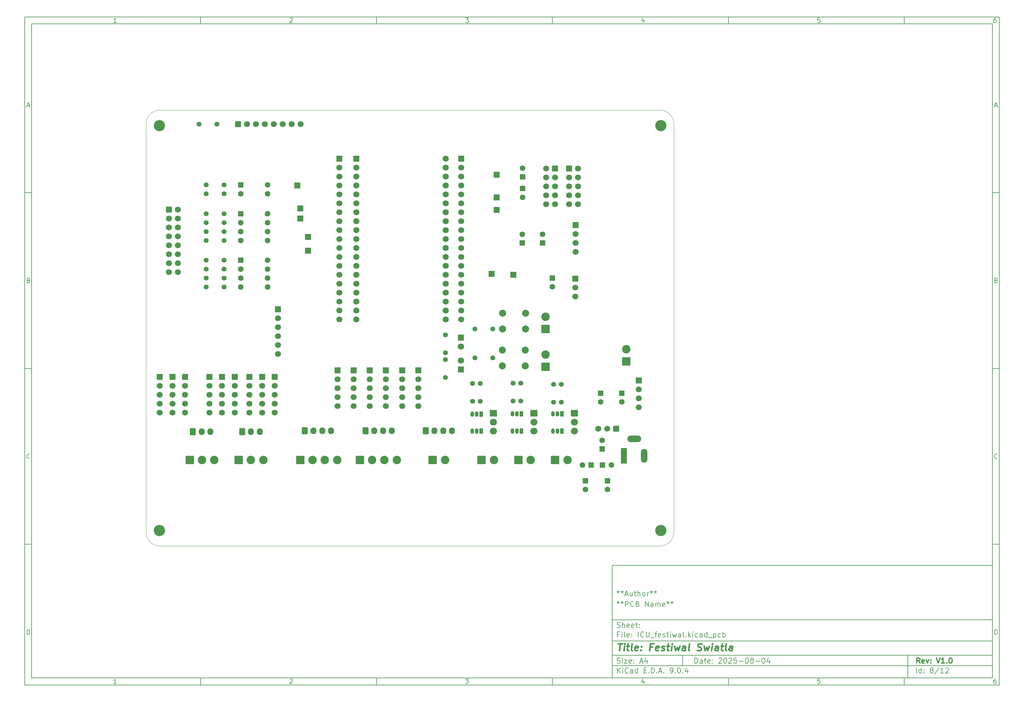
<source format=gbr>
%TF.GenerationSoftware,KiCad,Pcbnew,9.0.4*%
%TF.CreationDate,2025-08-27T10:43:00+02:00*%
%TF.ProjectId,ICU_festiwal,4943555f-6665-4737-9469-77616c2e6b69,V1.0*%
%TF.SameCoordinates,Original*%
%TF.FileFunction,Soldermask,Bot*%
%TF.FilePolarity,Negative*%
%FSLAX46Y46*%
G04 Gerber Fmt 4.6, Leading zero omitted, Abs format (unit mm)*
G04 Created by KiCad (PCBNEW 9.0.4) date 2025-08-27 10:43:00*
%MOMM*%
%LPD*%
G01*
G04 APERTURE LIST*
G04 Aperture macros list*
%AMRoundRect*
0 Rectangle with rounded corners*
0 $1 Rounding radius*
0 $2 $3 $4 $5 $6 $7 $8 $9 X,Y pos of 4 corners*
0 Add a 4 corners polygon primitive as box body*
4,1,4,$2,$3,$4,$5,$6,$7,$8,$9,$2,$3,0*
0 Add four circle primitives for the rounded corners*
1,1,$1+$1,$2,$3*
1,1,$1+$1,$4,$5*
1,1,$1+$1,$6,$7*
1,1,$1+$1,$8,$9*
0 Add four rect primitives between the rounded corners*
20,1,$1+$1,$2,$3,$4,$5,0*
20,1,$1+$1,$4,$5,$6,$7,0*
20,1,$1+$1,$6,$7,$8,$9,0*
20,1,$1+$1,$8,$9,$2,$3,0*%
G04 Aperture macros list end*
%ADD10C,0.100000*%
%ADD11C,0.150000*%
%ADD12C,0.300000*%
%ADD13C,0.400000*%
%ADD14C,1.400000*%
%ADD15R,1.700000X1.700000*%
%ADD16C,1.700000*%
%ADD17RoundRect,0.250001X0.949999X-0.949999X0.949999X0.949999X-0.949999X0.949999X-0.949999X-0.949999X0*%
%ADD18C,2.400000*%
%ADD19RoundRect,0.102000X-0.765000X-0.765000X0.765000X-0.765000X0.765000X0.765000X-0.765000X0.765000X0*%
%ADD20C,1.734000*%
%ADD21RoundRect,0.250000X-0.600000X-0.725000X0.600000X-0.725000X0.600000X0.725000X-0.600000X0.725000X0*%
%ADD22O,1.700000X1.950000*%
%ADD23RoundRect,0.250000X0.550000X-0.550000X0.550000X0.550000X-0.550000X0.550000X-0.550000X-0.550000X0*%
%ADD24C,1.600000*%
%ADD25R,1.050000X1.500000*%
%ADD26O,1.050000X1.500000*%
%ADD27C,3.200000*%
%ADD28RoundRect,0.250000X-0.550000X-0.550000X0.550000X-0.550000X0.550000X0.550000X-0.550000X0.550000X0*%
%ADD29RoundRect,0.250001X-0.949999X-0.949999X0.949999X-0.949999X0.949999X0.949999X-0.949999X0.949999X0*%
%ADD30R,2.000000X1.905000*%
%ADD31O,2.000000X1.905000*%
%ADD32R,1.800000X4.400000*%
%ADD33O,1.800000X4.000000*%
%ADD34O,4.000000X1.800000*%
%ADD35RoundRect,0.250000X-0.550000X0.550000X-0.550000X-0.550000X0.550000X-0.550000X0.550000X0.550000X0*%
%ADD36RoundRect,0.250000X-0.600000X-0.600000X0.600000X-0.600000X0.600000X0.600000X-0.600000X0.600000X0*%
%ADD37R,1.800000X1.800000*%
%ADD38C,1.800000*%
%ADD39C,2.000000*%
%ADD40RoundRect,0.250000X0.550000X0.550000X-0.550000X0.550000X-0.550000X-0.550000X0.550000X-0.550000X0*%
%TA.AperFunction,Profile*%
%ADD41C,0.050000*%
%TD*%
G04 APERTURE END LIST*
D10*
D11*
X177002200Y-166007200D02*
X285002200Y-166007200D01*
X285002200Y-198007200D01*
X177002200Y-198007200D01*
X177002200Y-166007200D01*
D10*
D11*
X10000000Y-10000000D02*
X287002200Y-10000000D01*
X287002200Y-200007200D01*
X10000000Y-200007200D01*
X10000000Y-10000000D01*
D10*
D11*
X12000000Y-12000000D02*
X285002200Y-12000000D01*
X285002200Y-198007200D01*
X12000000Y-198007200D01*
X12000000Y-12000000D01*
D10*
D11*
X60000000Y-12000000D02*
X60000000Y-10000000D01*
D10*
D11*
X110000000Y-12000000D02*
X110000000Y-10000000D01*
D10*
D11*
X160000000Y-12000000D02*
X160000000Y-10000000D01*
D10*
D11*
X210000000Y-12000000D02*
X210000000Y-10000000D01*
D10*
D11*
X260000000Y-12000000D02*
X260000000Y-10000000D01*
D10*
D11*
X36089160Y-11593604D02*
X35346303Y-11593604D01*
X35717731Y-11593604D02*
X35717731Y-10293604D01*
X35717731Y-10293604D02*
X35593922Y-10479319D01*
X35593922Y-10479319D02*
X35470112Y-10603128D01*
X35470112Y-10603128D02*
X35346303Y-10665033D01*
D10*
D11*
X85346303Y-10417414D02*
X85408207Y-10355509D01*
X85408207Y-10355509D02*
X85532017Y-10293604D01*
X85532017Y-10293604D02*
X85841541Y-10293604D01*
X85841541Y-10293604D02*
X85965350Y-10355509D01*
X85965350Y-10355509D02*
X86027255Y-10417414D01*
X86027255Y-10417414D02*
X86089160Y-10541223D01*
X86089160Y-10541223D02*
X86089160Y-10665033D01*
X86089160Y-10665033D02*
X86027255Y-10850747D01*
X86027255Y-10850747D02*
X85284398Y-11593604D01*
X85284398Y-11593604D02*
X86089160Y-11593604D01*
D10*
D11*
X135284398Y-10293604D02*
X136089160Y-10293604D01*
X136089160Y-10293604D02*
X135655826Y-10788842D01*
X135655826Y-10788842D02*
X135841541Y-10788842D01*
X135841541Y-10788842D02*
X135965350Y-10850747D01*
X135965350Y-10850747D02*
X136027255Y-10912652D01*
X136027255Y-10912652D02*
X136089160Y-11036461D01*
X136089160Y-11036461D02*
X136089160Y-11345985D01*
X136089160Y-11345985D02*
X136027255Y-11469795D01*
X136027255Y-11469795D02*
X135965350Y-11531700D01*
X135965350Y-11531700D02*
X135841541Y-11593604D01*
X135841541Y-11593604D02*
X135470112Y-11593604D01*
X135470112Y-11593604D02*
X135346303Y-11531700D01*
X135346303Y-11531700D02*
X135284398Y-11469795D01*
D10*
D11*
X185965350Y-10726938D02*
X185965350Y-11593604D01*
X185655826Y-10231700D02*
X185346303Y-11160271D01*
X185346303Y-11160271D02*
X186151064Y-11160271D01*
D10*
D11*
X236027255Y-10293604D02*
X235408207Y-10293604D01*
X235408207Y-10293604D02*
X235346303Y-10912652D01*
X235346303Y-10912652D02*
X235408207Y-10850747D01*
X235408207Y-10850747D02*
X235532017Y-10788842D01*
X235532017Y-10788842D02*
X235841541Y-10788842D01*
X235841541Y-10788842D02*
X235965350Y-10850747D01*
X235965350Y-10850747D02*
X236027255Y-10912652D01*
X236027255Y-10912652D02*
X236089160Y-11036461D01*
X236089160Y-11036461D02*
X236089160Y-11345985D01*
X236089160Y-11345985D02*
X236027255Y-11469795D01*
X236027255Y-11469795D02*
X235965350Y-11531700D01*
X235965350Y-11531700D02*
X235841541Y-11593604D01*
X235841541Y-11593604D02*
X235532017Y-11593604D01*
X235532017Y-11593604D02*
X235408207Y-11531700D01*
X235408207Y-11531700D02*
X235346303Y-11469795D01*
D10*
D11*
X285965350Y-10293604D02*
X285717731Y-10293604D01*
X285717731Y-10293604D02*
X285593922Y-10355509D01*
X285593922Y-10355509D02*
X285532017Y-10417414D01*
X285532017Y-10417414D02*
X285408207Y-10603128D01*
X285408207Y-10603128D02*
X285346303Y-10850747D01*
X285346303Y-10850747D02*
X285346303Y-11345985D01*
X285346303Y-11345985D02*
X285408207Y-11469795D01*
X285408207Y-11469795D02*
X285470112Y-11531700D01*
X285470112Y-11531700D02*
X285593922Y-11593604D01*
X285593922Y-11593604D02*
X285841541Y-11593604D01*
X285841541Y-11593604D02*
X285965350Y-11531700D01*
X285965350Y-11531700D02*
X286027255Y-11469795D01*
X286027255Y-11469795D02*
X286089160Y-11345985D01*
X286089160Y-11345985D02*
X286089160Y-11036461D01*
X286089160Y-11036461D02*
X286027255Y-10912652D01*
X286027255Y-10912652D02*
X285965350Y-10850747D01*
X285965350Y-10850747D02*
X285841541Y-10788842D01*
X285841541Y-10788842D02*
X285593922Y-10788842D01*
X285593922Y-10788842D02*
X285470112Y-10850747D01*
X285470112Y-10850747D02*
X285408207Y-10912652D01*
X285408207Y-10912652D02*
X285346303Y-11036461D01*
D10*
D11*
X60000000Y-198007200D02*
X60000000Y-200007200D01*
D10*
D11*
X110000000Y-198007200D02*
X110000000Y-200007200D01*
D10*
D11*
X160000000Y-198007200D02*
X160000000Y-200007200D01*
D10*
D11*
X210000000Y-198007200D02*
X210000000Y-200007200D01*
D10*
D11*
X260000000Y-198007200D02*
X260000000Y-200007200D01*
D10*
D11*
X36089160Y-199600804D02*
X35346303Y-199600804D01*
X35717731Y-199600804D02*
X35717731Y-198300804D01*
X35717731Y-198300804D02*
X35593922Y-198486519D01*
X35593922Y-198486519D02*
X35470112Y-198610328D01*
X35470112Y-198610328D02*
X35346303Y-198672233D01*
D10*
D11*
X85346303Y-198424614D02*
X85408207Y-198362709D01*
X85408207Y-198362709D02*
X85532017Y-198300804D01*
X85532017Y-198300804D02*
X85841541Y-198300804D01*
X85841541Y-198300804D02*
X85965350Y-198362709D01*
X85965350Y-198362709D02*
X86027255Y-198424614D01*
X86027255Y-198424614D02*
X86089160Y-198548423D01*
X86089160Y-198548423D02*
X86089160Y-198672233D01*
X86089160Y-198672233D02*
X86027255Y-198857947D01*
X86027255Y-198857947D02*
X85284398Y-199600804D01*
X85284398Y-199600804D02*
X86089160Y-199600804D01*
D10*
D11*
X135284398Y-198300804D02*
X136089160Y-198300804D01*
X136089160Y-198300804D02*
X135655826Y-198796042D01*
X135655826Y-198796042D02*
X135841541Y-198796042D01*
X135841541Y-198796042D02*
X135965350Y-198857947D01*
X135965350Y-198857947D02*
X136027255Y-198919852D01*
X136027255Y-198919852D02*
X136089160Y-199043661D01*
X136089160Y-199043661D02*
X136089160Y-199353185D01*
X136089160Y-199353185D02*
X136027255Y-199476995D01*
X136027255Y-199476995D02*
X135965350Y-199538900D01*
X135965350Y-199538900D02*
X135841541Y-199600804D01*
X135841541Y-199600804D02*
X135470112Y-199600804D01*
X135470112Y-199600804D02*
X135346303Y-199538900D01*
X135346303Y-199538900D02*
X135284398Y-199476995D01*
D10*
D11*
X185965350Y-198734138D02*
X185965350Y-199600804D01*
X185655826Y-198238900D02*
X185346303Y-199167471D01*
X185346303Y-199167471D02*
X186151064Y-199167471D01*
D10*
D11*
X236027255Y-198300804D02*
X235408207Y-198300804D01*
X235408207Y-198300804D02*
X235346303Y-198919852D01*
X235346303Y-198919852D02*
X235408207Y-198857947D01*
X235408207Y-198857947D02*
X235532017Y-198796042D01*
X235532017Y-198796042D02*
X235841541Y-198796042D01*
X235841541Y-198796042D02*
X235965350Y-198857947D01*
X235965350Y-198857947D02*
X236027255Y-198919852D01*
X236027255Y-198919852D02*
X236089160Y-199043661D01*
X236089160Y-199043661D02*
X236089160Y-199353185D01*
X236089160Y-199353185D02*
X236027255Y-199476995D01*
X236027255Y-199476995D02*
X235965350Y-199538900D01*
X235965350Y-199538900D02*
X235841541Y-199600804D01*
X235841541Y-199600804D02*
X235532017Y-199600804D01*
X235532017Y-199600804D02*
X235408207Y-199538900D01*
X235408207Y-199538900D02*
X235346303Y-199476995D01*
D10*
D11*
X285965350Y-198300804D02*
X285717731Y-198300804D01*
X285717731Y-198300804D02*
X285593922Y-198362709D01*
X285593922Y-198362709D02*
X285532017Y-198424614D01*
X285532017Y-198424614D02*
X285408207Y-198610328D01*
X285408207Y-198610328D02*
X285346303Y-198857947D01*
X285346303Y-198857947D02*
X285346303Y-199353185D01*
X285346303Y-199353185D02*
X285408207Y-199476995D01*
X285408207Y-199476995D02*
X285470112Y-199538900D01*
X285470112Y-199538900D02*
X285593922Y-199600804D01*
X285593922Y-199600804D02*
X285841541Y-199600804D01*
X285841541Y-199600804D02*
X285965350Y-199538900D01*
X285965350Y-199538900D02*
X286027255Y-199476995D01*
X286027255Y-199476995D02*
X286089160Y-199353185D01*
X286089160Y-199353185D02*
X286089160Y-199043661D01*
X286089160Y-199043661D02*
X286027255Y-198919852D01*
X286027255Y-198919852D02*
X285965350Y-198857947D01*
X285965350Y-198857947D02*
X285841541Y-198796042D01*
X285841541Y-198796042D02*
X285593922Y-198796042D01*
X285593922Y-198796042D02*
X285470112Y-198857947D01*
X285470112Y-198857947D02*
X285408207Y-198919852D01*
X285408207Y-198919852D02*
X285346303Y-199043661D01*
D10*
D11*
X10000000Y-60000000D02*
X12000000Y-60000000D01*
D10*
D11*
X10000000Y-110000000D02*
X12000000Y-110000000D01*
D10*
D11*
X10000000Y-160000000D02*
X12000000Y-160000000D01*
D10*
D11*
X10690476Y-35222176D02*
X11309523Y-35222176D01*
X10566666Y-35593604D02*
X10999999Y-34293604D01*
X10999999Y-34293604D02*
X11433333Y-35593604D01*
D10*
D11*
X11092857Y-84912652D02*
X11278571Y-84974557D01*
X11278571Y-84974557D02*
X11340476Y-85036461D01*
X11340476Y-85036461D02*
X11402380Y-85160271D01*
X11402380Y-85160271D02*
X11402380Y-85345985D01*
X11402380Y-85345985D02*
X11340476Y-85469795D01*
X11340476Y-85469795D02*
X11278571Y-85531700D01*
X11278571Y-85531700D02*
X11154761Y-85593604D01*
X11154761Y-85593604D02*
X10659523Y-85593604D01*
X10659523Y-85593604D02*
X10659523Y-84293604D01*
X10659523Y-84293604D02*
X11092857Y-84293604D01*
X11092857Y-84293604D02*
X11216666Y-84355509D01*
X11216666Y-84355509D02*
X11278571Y-84417414D01*
X11278571Y-84417414D02*
X11340476Y-84541223D01*
X11340476Y-84541223D02*
X11340476Y-84665033D01*
X11340476Y-84665033D02*
X11278571Y-84788842D01*
X11278571Y-84788842D02*
X11216666Y-84850747D01*
X11216666Y-84850747D02*
X11092857Y-84912652D01*
X11092857Y-84912652D02*
X10659523Y-84912652D01*
D10*
D11*
X11402380Y-135469795D02*
X11340476Y-135531700D01*
X11340476Y-135531700D02*
X11154761Y-135593604D01*
X11154761Y-135593604D02*
X11030952Y-135593604D01*
X11030952Y-135593604D02*
X10845238Y-135531700D01*
X10845238Y-135531700D02*
X10721428Y-135407890D01*
X10721428Y-135407890D02*
X10659523Y-135284080D01*
X10659523Y-135284080D02*
X10597619Y-135036461D01*
X10597619Y-135036461D02*
X10597619Y-134850747D01*
X10597619Y-134850747D02*
X10659523Y-134603128D01*
X10659523Y-134603128D02*
X10721428Y-134479319D01*
X10721428Y-134479319D02*
X10845238Y-134355509D01*
X10845238Y-134355509D02*
X11030952Y-134293604D01*
X11030952Y-134293604D02*
X11154761Y-134293604D01*
X11154761Y-134293604D02*
X11340476Y-134355509D01*
X11340476Y-134355509D02*
X11402380Y-134417414D01*
D10*
D11*
X10659523Y-185593604D02*
X10659523Y-184293604D01*
X10659523Y-184293604D02*
X10969047Y-184293604D01*
X10969047Y-184293604D02*
X11154761Y-184355509D01*
X11154761Y-184355509D02*
X11278571Y-184479319D01*
X11278571Y-184479319D02*
X11340476Y-184603128D01*
X11340476Y-184603128D02*
X11402380Y-184850747D01*
X11402380Y-184850747D02*
X11402380Y-185036461D01*
X11402380Y-185036461D02*
X11340476Y-185284080D01*
X11340476Y-185284080D02*
X11278571Y-185407890D01*
X11278571Y-185407890D02*
X11154761Y-185531700D01*
X11154761Y-185531700D02*
X10969047Y-185593604D01*
X10969047Y-185593604D02*
X10659523Y-185593604D01*
D10*
D11*
X287002200Y-60000000D02*
X285002200Y-60000000D01*
D10*
D11*
X287002200Y-110000000D02*
X285002200Y-110000000D01*
D10*
D11*
X287002200Y-160000000D02*
X285002200Y-160000000D01*
D10*
D11*
X285692676Y-35222176D02*
X286311723Y-35222176D01*
X285568866Y-35593604D02*
X286002199Y-34293604D01*
X286002199Y-34293604D02*
X286435533Y-35593604D01*
D10*
D11*
X286095057Y-84912652D02*
X286280771Y-84974557D01*
X286280771Y-84974557D02*
X286342676Y-85036461D01*
X286342676Y-85036461D02*
X286404580Y-85160271D01*
X286404580Y-85160271D02*
X286404580Y-85345985D01*
X286404580Y-85345985D02*
X286342676Y-85469795D01*
X286342676Y-85469795D02*
X286280771Y-85531700D01*
X286280771Y-85531700D02*
X286156961Y-85593604D01*
X286156961Y-85593604D02*
X285661723Y-85593604D01*
X285661723Y-85593604D02*
X285661723Y-84293604D01*
X285661723Y-84293604D02*
X286095057Y-84293604D01*
X286095057Y-84293604D02*
X286218866Y-84355509D01*
X286218866Y-84355509D02*
X286280771Y-84417414D01*
X286280771Y-84417414D02*
X286342676Y-84541223D01*
X286342676Y-84541223D02*
X286342676Y-84665033D01*
X286342676Y-84665033D02*
X286280771Y-84788842D01*
X286280771Y-84788842D02*
X286218866Y-84850747D01*
X286218866Y-84850747D02*
X286095057Y-84912652D01*
X286095057Y-84912652D02*
X285661723Y-84912652D01*
D10*
D11*
X286404580Y-135469795D02*
X286342676Y-135531700D01*
X286342676Y-135531700D02*
X286156961Y-135593604D01*
X286156961Y-135593604D02*
X286033152Y-135593604D01*
X286033152Y-135593604D02*
X285847438Y-135531700D01*
X285847438Y-135531700D02*
X285723628Y-135407890D01*
X285723628Y-135407890D02*
X285661723Y-135284080D01*
X285661723Y-135284080D02*
X285599819Y-135036461D01*
X285599819Y-135036461D02*
X285599819Y-134850747D01*
X285599819Y-134850747D02*
X285661723Y-134603128D01*
X285661723Y-134603128D02*
X285723628Y-134479319D01*
X285723628Y-134479319D02*
X285847438Y-134355509D01*
X285847438Y-134355509D02*
X286033152Y-134293604D01*
X286033152Y-134293604D02*
X286156961Y-134293604D01*
X286156961Y-134293604D02*
X286342676Y-134355509D01*
X286342676Y-134355509D02*
X286404580Y-134417414D01*
D10*
D11*
X285661723Y-185593604D02*
X285661723Y-184293604D01*
X285661723Y-184293604D02*
X285971247Y-184293604D01*
X285971247Y-184293604D02*
X286156961Y-184355509D01*
X286156961Y-184355509D02*
X286280771Y-184479319D01*
X286280771Y-184479319D02*
X286342676Y-184603128D01*
X286342676Y-184603128D02*
X286404580Y-184850747D01*
X286404580Y-184850747D02*
X286404580Y-185036461D01*
X286404580Y-185036461D02*
X286342676Y-185284080D01*
X286342676Y-185284080D02*
X286280771Y-185407890D01*
X286280771Y-185407890D02*
X286156961Y-185531700D01*
X286156961Y-185531700D02*
X285971247Y-185593604D01*
X285971247Y-185593604D02*
X285661723Y-185593604D01*
D10*
D11*
X200458026Y-193793328D02*
X200458026Y-192293328D01*
X200458026Y-192293328D02*
X200815169Y-192293328D01*
X200815169Y-192293328D02*
X201029455Y-192364757D01*
X201029455Y-192364757D02*
X201172312Y-192507614D01*
X201172312Y-192507614D02*
X201243741Y-192650471D01*
X201243741Y-192650471D02*
X201315169Y-192936185D01*
X201315169Y-192936185D02*
X201315169Y-193150471D01*
X201315169Y-193150471D02*
X201243741Y-193436185D01*
X201243741Y-193436185D02*
X201172312Y-193579042D01*
X201172312Y-193579042D02*
X201029455Y-193721900D01*
X201029455Y-193721900D02*
X200815169Y-193793328D01*
X200815169Y-193793328D02*
X200458026Y-193793328D01*
X202600884Y-193793328D02*
X202600884Y-193007614D01*
X202600884Y-193007614D02*
X202529455Y-192864757D01*
X202529455Y-192864757D02*
X202386598Y-192793328D01*
X202386598Y-192793328D02*
X202100884Y-192793328D01*
X202100884Y-192793328D02*
X201958026Y-192864757D01*
X202600884Y-193721900D02*
X202458026Y-193793328D01*
X202458026Y-193793328D02*
X202100884Y-193793328D01*
X202100884Y-193793328D02*
X201958026Y-193721900D01*
X201958026Y-193721900D02*
X201886598Y-193579042D01*
X201886598Y-193579042D02*
X201886598Y-193436185D01*
X201886598Y-193436185D02*
X201958026Y-193293328D01*
X201958026Y-193293328D02*
X202100884Y-193221900D01*
X202100884Y-193221900D02*
X202458026Y-193221900D01*
X202458026Y-193221900D02*
X202600884Y-193150471D01*
X203100884Y-192793328D02*
X203672312Y-192793328D01*
X203315169Y-192293328D02*
X203315169Y-193579042D01*
X203315169Y-193579042D02*
X203386598Y-193721900D01*
X203386598Y-193721900D02*
X203529455Y-193793328D01*
X203529455Y-193793328D02*
X203672312Y-193793328D01*
X204743741Y-193721900D02*
X204600884Y-193793328D01*
X204600884Y-193793328D02*
X204315170Y-193793328D01*
X204315170Y-193793328D02*
X204172312Y-193721900D01*
X204172312Y-193721900D02*
X204100884Y-193579042D01*
X204100884Y-193579042D02*
X204100884Y-193007614D01*
X204100884Y-193007614D02*
X204172312Y-192864757D01*
X204172312Y-192864757D02*
X204315170Y-192793328D01*
X204315170Y-192793328D02*
X204600884Y-192793328D01*
X204600884Y-192793328D02*
X204743741Y-192864757D01*
X204743741Y-192864757D02*
X204815170Y-193007614D01*
X204815170Y-193007614D02*
X204815170Y-193150471D01*
X204815170Y-193150471D02*
X204100884Y-193293328D01*
X205458026Y-193650471D02*
X205529455Y-193721900D01*
X205529455Y-193721900D02*
X205458026Y-193793328D01*
X205458026Y-193793328D02*
X205386598Y-193721900D01*
X205386598Y-193721900D02*
X205458026Y-193650471D01*
X205458026Y-193650471D02*
X205458026Y-193793328D01*
X205458026Y-192864757D02*
X205529455Y-192936185D01*
X205529455Y-192936185D02*
X205458026Y-193007614D01*
X205458026Y-193007614D02*
X205386598Y-192936185D01*
X205386598Y-192936185D02*
X205458026Y-192864757D01*
X205458026Y-192864757D02*
X205458026Y-193007614D01*
X207243741Y-192436185D02*
X207315169Y-192364757D01*
X207315169Y-192364757D02*
X207458027Y-192293328D01*
X207458027Y-192293328D02*
X207815169Y-192293328D01*
X207815169Y-192293328D02*
X207958027Y-192364757D01*
X207958027Y-192364757D02*
X208029455Y-192436185D01*
X208029455Y-192436185D02*
X208100884Y-192579042D01*
X208100884Y-192579042D02*
X208100884Y-192721900D01*
X208100884Y-192721900D02*
X208029455Y-192936185D01*
X208029455Y-192936185D02*
X207172312Y-193793328D01*
X207172312Y-193793328D02*
X208100884Y-193793328D01*
X209029455Y-192293328D02*
X209172312Y-192293328D01*
X209172312Y-192293328D02*
X209315169Y-192364757D01*
X209315169Y-192364757D02*
X209386598Y-192436185D01*
X209386598Y-192436185D02*
X209458026Y-192579042D01*
X209458026Y-192579042D02*
X209529455Y-192864757D01*
X209529455Y-192864757D02*
X209529455Y-193221900D01*
X209529455Y-193221900D02*
X209458026Y-193507614D01*
X209458026Y-193507614D02*
X209386598Y-193650471D01*
X209386598Y-193650471D02*
X209315169Y-193721900D01*
X209315169Y-193721900D02*
X209172312Y-193793328D01*
X209172312Y-193793328D02*
X209029455Y-193793328D01*
X209029455Y-193793328D02*
X208886598Y-193721900D01*
X208886598Y-193721900D02*
X208815169Y-193650471D01*
X208815169Y-193650471D02*
X208743740Y-193507614D01*
X208743740Y-193507614D02*
X208672312Y-193221900D01*
X208672312Y-193221900D02*
X208672312Y-192864757D01*
X208672312Y-192864757D02*
X208743740Y-192579042D01*
X208743740Y-192579042D02*
X208815169Y-192436185D01*
X208815169Y-192436185D02*
X208886598Y-192364757D01*
X208886598Y-192364757D02*
X209029455Y-192293328D01*
X210100883Y-192436185D02*
X210172311Y-192364757D01*
X210172311Y-192364757D02*
X210315169Y-192293328D01*
X210315169Y-192293328D02*
X210672311Y-192293328D01*
X210672311Y-192293328D02*
X210815169Y-192364757D01*
X210815169Y-192364757D02*
X210886597Y-192436185D01*
X210886597Y-192436185D02*
X210958026Y-192579042D01*
X210958026Y-192579042D02*
X210958026Y-192721900D01*
X210958026Y-192721900D02*
X210886597Y-192936185D01*
X210886597Y-192936185D02*
X210029454Y-193793328D01*
X210029454Y-193793328D02*
X210958026Y-193793328D01*
X212315168Y-192293328D02*
X211600882Y-192293328D01*
X211600882Y-192293328D02*
X211529454Y-193007614D01*
X211529454Y-193007614D02*
X211600882Y-192936185D01*
X211600882Y-192936185D02*
X211743740Y-192864757D01*
X211743740Y-192864757D02*
X212100882Y-192864757D01*
X212100882Y-192864757D02*
X212243740Y-192936185D01*
X212243740Y-192936185D02*
X212315168Y-193007614D01*
X212315168Y-193007614D02*
X212386597Y-193150471D01*
X212386597Y-193150471D02*
X212386597Y-193507614D01*
X212386597Y-193507614D02*
X212315168Y-193650471D01*
X212315168Y-193650471D02*
X212243740Y-193721900D01*
X212243740Y-193721900D02*
X212100882Y-193793328D01*
X212100882Y-193793328D02*
X211743740Y-193793328D01*
X211743740Y-193793328D02*
X211600882Y-193721900D01*
X211600882Y-193721900D02*
X211529454Y-193650471D01*
X213029453Y-193221900D02*
X214172311Y-193221900D01*
X215172311Y-192293328D02*
X215315168Y-192293328D01*
X215315168Y-192293328D02*
X215458025Y-192364757D01*
X215458025Y-192364757D02*
X215529454Y-192436185D01*
X215529454Y-192436185D02*
X215600882Y-192579042D01*
X215600882Y-192579042D02*
X215672311Y-192864757D01*
X215672311Y-192864757D02*
X215672311Y-193221900D01*
X215672311Y-193221900D02*
X215600882Y-193507614D01*
X215600882Y-193507614D02*
X215529454Y-193650471D01*
X215529454Y-193650471D02*
X215458025Y-193721900D01*
X215458025Y-193721900D02*
X215315168Y-193793328D01*
X215315168Y-193793328D02*
X215172311Y-193793328D01*
X215172311Y-193793328D02*
X215029454Y-193721900D01*
X215029454Y-193721900D02*
X214958025Y-193650471D01*
X214958025Y-193650471D02*
X214886596Y-193507614D01*
X214886596Y-193507614D02*
X214815168Y-193221900D01*
X214815168Y-193221900D02*
X214815168Y-192864757D01*
X214815168Y-192864757D02*
X214886596Y-192579042D01*
X214886596Y-192579042D02*
X214958025Y-192436185D01*
X214958025Y-192436185D02*
X215029454Y-192364757D01*
X215029454Y-192364757D02*
X215172311Y-192293328D01*
X216529453Y-192936185D02*
X216386596Y-192864757D01*
X216386596Y-192864757D02*
X216315167Y-192793328D01*
X216315167Y-192793328D02*
X216243739Y-192650471D01*
X216243739Y-192650471D02*
X216243739Y-192579042D01*
X216243739Y-192579042D02*
X216315167Y-192436185D01*
X216315167Y-192436185D02*
X216386596Y-192364757D01*
X216386596Y-192364757D02*
X216529453Y-192293328D01*
X216529453Y-192293328D02*
X216815167Y-192293328D01*
X216815167Y-192293328D02*
X216958025Y-192364757D01*
X216958025Y-192364757D02*
X217029453Y-192436185D01*
X217029453Y-192436185D02*
X217100882Y-192579042D01*
X217100882Y-192579042D02*
X217100882Y-192650471D01*
X217100882Y-192650471D02*
X217029453Y-192793328D01*
X217029453Y-192793328D02*
X216958025Y-192864757D01*
X216958025Y-192864757D02*
X216815167Y-192936185D01*
X216815167Y-192936185D02*
X216529453Y-192936185D01*
X216529453Y-192936185D02*
X216386596Y-193007614D01*
X216386596Y-193007614D02*
X216315167Y-193079042D01*
X216315167Y-193079042D02*
X216243739Y-193221900D01*
X216243739Y-193221900D02*
X216243739Y-193507614D01*
X216243739Y-193507614D02*
X216315167Y-193650471D01*
X216315167Y-193650471D02*
X216386596Y-193721900D01*
X216386596Y-193721900D02*
X216529453Y-193793328D01*
X216529453Y-193793328D02*
X216815167Y-193793328D01*
X216815167Y-193793328D02*
X216958025Y-193721900D01*
X216958025Y-193721900D02*
X217029453Y-193650471D01*
X217029453Y-193650471D02*
X217100882Y-193507614D01*
X217100882Y-193507614D02*
X217100882Y-193221900D01*
X217100882Y-193221900D02*
X217029453Y-193079042D01*
X217029453Y-193079042D02*
X216958025Y-193007614D01*
X216958025Y-193007614D02*
X216815167Y-192936185D01*
X217743738Y-193221900D02*
X218886596Y-193221900D01*
X219886596Y-192293328D02*
X220029453Y-192293328D01*
X220029453Y-192293328D02*
X220172310Y-192364757D01*
X220172310Y-192364757D02*
X220243739Y-192436185D01*
X220243739Y-192436185D02*
X220315167Y-192579042D01*
X220315167Y-192579042D02*
X220386596Y-192864757D01*
X220386596Y-192864757D02*
X220386596Y-193221900D01*
X220386596Y-193221900D02*
X220315167Y-193507614D01*
X220315167Y-193507614D02*
X220243739Y-193650471D01*
X220243739Y-193650471D02*
X220172310Y-193721900D01*
X220172310Y-193721900D02*
X220029453Y-193793328D01*
X220029453Y-193793328D02*
X219886596Y-193793328D01*
X219886596Y-193793328D02*
X219743739Y-193721900D01*
X219743739Y-193721900D02*
X219672310Y-193650471D01*
X219672310Y-193650471D02*
X219600881Y-193507614D01*
X219600881Y-193507614D02*
X219529453Y-193221900D01*
X219529453Y-193221900D02*
X219529453Y-192864757D01*
X219529453Y-192864757D02*
X219600881Y-192579042D01*
X219600881Y-192579042D02*
X219672310Y-192436185D01*
X219672310Y-192436185D02*
X219743739Y-192364757D01*
X219743739Y-192364757D02*
X219886596Y-192293328D01*
X221672310Y-192793328D02*
X221672310Y-193793328D01*
X221315167Y-192221900D02*
X220958024Y-193293328D01*
X220958024Y-193293328D02*
X221886595Y-193293328D01*
D10*
D11*
X177002200Y-194507200D02*
X285002200Y-194507200D01*
D10*
D11*
X178458026Y-196593328D02*
X178458026Y-195093328D01*
X179315169Y-196593328D02*
X178672312Y-195736185D01*
X179315169Y-195093328D02*
X178458026Y-195950471D01*
X179958026Y-196593328D02*
X179958026Y-195593328D01*
X179958026Y-195093328D02*
X179886598Y-195164757D01*
X179886598Y-195164757D02*
X179958026Y-195236185D01*
X179958026Y-195236185D02*
X180029455Y-195164757D01*
X180029455Y-195164757D02*
X179958026Y-195093328D01*
X179958026Y-195093328D02*
X179958026Y-195236185D01*
X181529455Y-196450471D02*
X181458027Y-196521900D01*
X181458027Y-196521900D02*
X181243741Y-196593328D01*
X181243741Y-196593328D02*
X181100884Y-196593328D01*
X181100884Y-196593328D02*
X180886598Y-196521900D01*
X180886598Y-196521900D02*
X180743741Y-196379042D01*
X180743741Y-196379042D02*
X180672312Y-196236185D01*
X180672312Y-196236185D02*
X180600884Y-195950471D01*
X180600884Y-195950471D02*
X180600884Y-195736185D01*
X180600884Y-195736185D02*
X180672312Y-195450471D01*
X180672312Y-195450471D02*
X180743741Y-195307614D01*
X180743741Y-195307614D02*
X180886598Y-195164757D01*
X180886598Y-195164757D02*
X181100884Y-195093328D01*
X181100884Y-195093328D02*
X181243741Y-195093328D01*
X181243741Y-195093328D02*
X181458027Y-195164757D01*
X181458027Y-195164757D02*
X181529455Y-195236185D01*
X182815170Y-196593328D02*
X182815170Y-195807614D01*
X182815170Y-195807614D02*
X182743741Y-195664757D01*
X182743741Y-195664757D02*
X182600884Y-195593328D01*
X182600884Y-195593328D02*
X182315170Y-195593328D01*
X182315170Y-195593328D02*
X182172312Y-195664757D01*
X182815170Y-196521900D02*
X182672312Y-196593328D01*
X182672312Y-196593328D02*
X182315170Y-196593328D01*
X182315170Y-196593328D02*
X182172312Y-196521900D01*
X182172312Y-196521900D02*
X182100884Y-196379042D01*
X182100884Y-196379042D02*
X182100884Y-196236185D01*
X182100884Y-196236185D02*
X182172312Y-196093328D01*
X182172312Y-196093328D02*
X182315170Y-196021900D01*
X182315170Y-196021900D02*
X182672312Y-196021900D01*
X182672312Y-196021900D02*
X182815170Y-195950471D01*
X184172313Y-196593328D02*
X184172313Y-195093328D01*
X184172313Y-196521900D02*
X184029455Y-196593328D01*
X184029455Y-196593328D02*
X183743741Y-196593328D01*
X183743741Y-196593328D02*
X183600884Y-196521900D01*
X183600884Y-196521900D02*
X183529455Y-196450471D01*
X183529455Y-196450471D02*
X183458027Y-196307614D01*
X183458027Y-196307614D02*
X183458027Y-195879042D01*
X183458027Y-195879042D02*
X183529455Y-195736185D01*
X183529455Y-195736185D02*
X183600884Y-195664757D01*
X183600884Y-195664757D02*
X183743741Y-195593328D01*
X183743741Y-195593328D02*
X184029455Y-195593328D01*
X184029455Y-195593328D02*
X184172313Y-195664757D01*
X186029455Y-195807614D02*
X186529455Y-195807614D01*
X186743741Y-196593328D02*
X186029455Y-196593328D01*
X186029455Y-196593328D02*
X186029455Y-195093328D01*
X186029455Y-195093328D02*
X186743741Y-195093328D01*
X187386598Y-196450471D02*
X187458027Y-196521900D01*
X187458027Y-196521900D02*
X187386598Y-196593328D01*
X187386598Y-196593328D02*
X187315170Y-196521900D01*
X187315170Y-196521900D02*
X187386598Y-196450471D01*
X187386598Y-196450471D02*
X187386598Y-196593328D01*
X188100884Y-196593328D02*
X188100884Y-195093328D01*
X188100884Y-195093328D02*
X188458027Y-195093328D01*
X188458027Y-195093328D02*
X188672313Y-195164757D01*
X188672313Y-195164757D02*
X188815170Y-195307614D01*
X188815170Y-195307614D02*
X188886599Y-195450471D01*
X188886599Y-195450471D02*
X188958027Y-195736185D01*
X188958027Y-195736185D02*
X188958027Y-195950471D01*
X188958027Y-195950471D02*
X188886599Y-196236185D01*
X188886599Y-196236185D02*
X188815170Y-196379042D01*
X188815170Y-196379042D02*
X188672313Y-196521900D01*
X188672313Y-196521900D02*
X188458027Y-196593328D01*
X188458027Y-196593328D02*
X188100884Y-196593328D01*
X189600884Y-196450471D02*
X189672313Y-196521900D01*
X189672313Y-196521900D02*
X189600884Y-196593328D01*
X189600884Y-196593328D02*
X189529456Y-196521900D01*
X189529456Y-196521900D02*
X189600884Y-196450471D01*
X189600884Y-196450471D02*
X189600884Y-196593328D01*
X190243742Y-196164757D02*
X190958028Y-196164757D01*
X190100885Y-196593328D02*
X190600885Y-195093328D01*
X190600885Y-195093328D02*
X191100885Y-196593328D01*
X191600884Y-196450471D02*
X191672313Y-196521900D01*
X191672313Y-196521900D02*
X191600884Y-196593328D01*
X191600884Y-196593328D02*
X191529456Y-196521900D01*
X191529456Y-196521900D02*
X191600884Y-196450471D01*
X191600884Y-196450471D02*
X191600884Y-196593328D01*
X193529456Y-196593328D02*
X193815170Y-196593328D01*
X193815170Y-196593328D02*
X193958027Y-196521900D01*
X193958027Y-196521900D02*
X194029456Y-196450471D01*
X194029456Y-196450471D02*
X194172313Y-196236185D01*
X194172313Y-196236185D02*
X194243742Y-195950471D01*
X194243742Y-195950471D02*
X194243742Y-195379042D01*
X194243742Y-195379042D02*
X194172313Y-195236185D01*
X194172313Y-195236185D02*
X194100885Y-195164757D01*
X194100885Y-195164757D02*
X193958027Y-195093328D01*
X193958027Y-195093328D02*
X193672313Y-195093328D01*
X193672313Y-195093328D02*
X193529456Y-195164757D01*
X193529456Y-195164757D02*
X193458027Y-195236185D01*
X193458027Y-195236185D02*
X193386599Y-195379042D01*
X193386599Y-195379042D02*
X193386599Y-195736185D01*
X193386599Y-195736185D02*
X193458027Y-195879042D01*
X193458027Y-195879042D02*
X193529456Y-195950471D01*
X193529456Y-195950471D02*
X193672313Y-196021900D01*
X193672313Y-196021900D02*
X193958027Y-196021900D01*
X193958027Y-196021900D02*
X194100885Y-195950471D01*
X194100885Y-195950471D02*
X194172313Y-195879042D01*
X194172313Y-195879042D02*
X194243742Y-195736185D01*
X194886598Y-196450471D02*
X194958027Y-196521900D01*
X194958027Y-196521900D02*
X194886598Y-196593328D01*
X194886598Y-196593328D02*
X194815170Y-196521900D01*
X194815170Y-196521900D02*
X194886598Y-196450471D01*
X194886598Y-196450471D02*
X194886598Y-196593328D01*
X195886599Y-195093328D02*
X196029456Y-195093328D01*
X196029456Y-195093328D02*
X196172313Y-195164757D01*
X196172313Y-195164757D02*
X196243742Y-195236185D01*
X196243742Y-195236185D02*
X196315170Y-195379042D01*
X196315170Y-195379042D02*
X196386599Y-195664757D01*
X196386599Y-195664757D02*
X196386599Y-196021900D01*
X196386599Y-196021900D02*
X196315170Y-196307614D01*
X196315170Y-196307614D02*
X196243742Y-196450471D01*
X196243742Y-196450471D02*
X196172313Y-196521900D01*
X196172313Y-196521900D02*
X196029456Y-196593328D01*
X196029456Y-196593328D02*
X195886599Y-196593328D01*
X195886599Y-196593328D02*
X195743742Y-196521900D01*
X195743742Y-196521900D02*
X195672313Y-196450471D01*
X195672313Y-196450471D02*
X195600884Y-196307614D01*
X195600884Y-196307614D02*
X195529456Y-196021900D01*
X195529456Y-196021900D02*
X195529456Y-195664757D01*
X195529456Y-195664757D02*
X195600884Y-195379042D01*
X195600884Y-195379042D02*
X195672313Y-195236185D01*
X195672313Y-195236185D02*
X195743742Y-195164757D01*
X195743742Y-195164757D02*
X195886599Y-195093328D01*
X197029455Y-196450471D02*
X197100884Y-196521900D01*
X197100884Y-196521900D02*
X197029455Y-196593328D01*
X197029455Y-196593328D02*
X196958027Y-196521900D01*
X196958027Y-196521900D02*
X197029455Y-196450471D01*
X197029455Y-196450471D02*
X197029455Y-196593328D01*
X198386599Y-195593328D02*
X198386599Y-196593328D01*
X198029456Y-195021900D02*
X197672313Y-196093328D01*
X197672313Y-196093328D02*
X198600884Y-196093328D01*
D10*
D11*
X177002200Y-191507200D02*
X285002200Y-191507200D01*
D10*
D12*
X264413853Y-193785528D02*
X263913853Y-193071242D01*
X263556710Y-193785528D02*
X263556710Y-192285528D01*
X263556710Y-192285528D02*
X264128139Y-192285528D01*
X264128139Y-192285528D02*
X264270996Y-192356957D01*
X264270996Y-192356957D02*
X264342425Y-192428385D01*
X264342425Y-192428385D02*
X264413853Y-192571242D01*
X264413853Y-192571242D02*
X264413853Y-192785528D01*
X264413853Y-192785528D02*
X264342425Y-192928385D01*
X264342425Y-192928385D02*
X264270996Y-192999814D01*
X264270996Y-192999814D02*
X264128139Y-193071242D01*
X264128139Y-193071242D02*
X263556710Y-193071242D01*
X265628139Y-193714100D02*
X265485282Y-193785528D01*
X265485282Y-193785528D02*
X265199568Y-193785528D01*
X265199568Y-193785528D02*
X265056710Y-193714100D01*
X265056710Y-193714100D02*
X264985282Y-193571242D01*
X264985282Y-193571242D02*
X264985282Y-192999814D01*
X264985282Y-192999814D02*
X265056710Y-192856957D01*
X265056710Y-192856957D02*
X265199568Y-192785528D01*
X265199568Y-192785528D02*
X265485282Y-192785528D01*
X265485282Y-192785528D02*
X265628139Y-192856957D01*
X265628139Y-192856957D02*
X265699568Y-192999814D01*
X265699568Y-192999814D02*
X265699568Y-193142671D01*
X265699568Y-193142671D02*
X264985282Y-193285528D01*
X266199567Y-192785528D02*
X266556710Y-193785528D01*
X266556710Y-193785528D02*
X266913853Y-192785528D01*
X267485281Y-193642671D02*
X267556710Y-193714100D01*
X267556710Y-193714100D02*
X267485281Y-193785528D01*
X267485281Y-193785528D02*
X267413853Y-193714100D01*
X267413853Y-193714100D02*
X267485281Y-193642671D01*
X267485281Y-193642671D02*
X267485281Y-193785528D01*
X267485281Y-192856957D02*
X267556710Y-192928385D01*
X267556710Y-192928385D02*
X267485281Y-192999814D01*
X267485281Y-192999814D02*
X267413853Y-192928385D01*
X267413853Y-192928385D02*
X267485281Y-192856957D01*
X267485281Y-192856957D02*
X267485281Y-192999814D01*
X269128139Y-192285528D02*
X269628139Y-193785528D01*
X269628139Y-193785528D02*
X270128139Y-192285528D01*
X271413853Y-193785528D02*
X270556710Y-193785528D01*
X270985281Y-193785528D02*
X270985281Y-192285528D01*
X270985281Y-192285528D02*
X270842424Y-192499814D01*
X270842424Y-192499814D02*
X270699567Y-192642671D01*
X270699567Y-192642671D02*
X270556710Y-192714100D01*
X272056709Y-193642671D02*
X272128138Y-193714100D01*
X272128138Y-193714100D02*
X272056709Y-193785528D01*
X272056709Y-193785528D02*
X271985281Y-193714100D01*
X271985281Y-193714100D02*
X272056709Y-193642671D01*
X272056709Y-193642671D02*
X272056709Y-193785528D01*
X273056710Y-192285528D02*
X273199567Y-192285528D01*
X273199567Y-192285528D02*
X273342424Y-192356957D01*
X273342424Y-192356957D02*
X273413853Y-192428385D01*
X273413853Y-192428385D02*
X273485281Y-192571242D01*
X273485281Y-192571242D02*
X273556710Y-192856957D01*
X273556710Y-192856957D02*
X273556710Y-193214100D01*
X273556710Y-193214100D02*
X273485281Y-193499814D01*
X273485281Y-193499814D02*
X273413853Y-193642671D01*
X273413853Y-193642671D02*
X273342424Y-193714100D01*
X273342424Y-193714100D02*
X273199567Y-193785528D01*
X273199567Y-193785528D02*
X273056710Y-193785528D01*
X273056710Y-193785528D02*
X272913853Y-193714100D01*
X272913853Y-193714100D02*
X272842424Y-193642671D01*
X272842424Y-193642671D02*
X272770995Y-193499814D01*
X272770995Y-193499814D02*
X272699567Y-193214100D01*
X272699567Y-193214100D02*
X272699567Y-192856957D01*
X272699567Y-192856957D02*
X272770995Y-192571242D01*
X272770995Y-192571242D02*
X272842424Y-192428385D01*
X272842424Y-192428385D02*
X272913853Y-192356957D01*
X272913853Y-192356957D02*
X273056710Y-192285528D01*
D10*
D11*
X178386598Y-193721900D02*
X178600884Y-193793328D01*
X178600884Y-193793328D02*
X178958026Y-193793328D01*
X178958026Y-193793328D02*
X179100884Y-193721900D01*
X179100884Y-193721900D02*
X179172312Y-193650471D01*
X179172312Y-193650471D02*
X179243741Y-193507614D01*
X179243741Y-193507614D02*
X179243741Y-193364757D01*
X179243741Y-193364757D02*
X179172312Y-193221900D01*
X179172312Y-193221900D02*
X179100884Y-193150471D01*
X179100884Y-193150471D02*
X178958026Y-193079042D01*
X178958026Y-193079042D02*
X178672312Y-193007614D01*
X178672312Y-193007614D02*
X178529455Y-192936185D01*
X178529455Y-192936185D02*
X178458026Y-192864757D01*
X178458026Y-192864757D02*
X178386598Y-192721900D01*
X178386598Y-192721900D02*
X178386598Y-192579042D01*
X178386598Y-192579042D02*
X178458026Y-192436185D01*
X178458026Y-192436185D02*
X178529455Y-192364757D01*
X178529455Y-192364757D02*
X178672312Y-192293328D01*
X178672312Y-192293328D02*
X179029455Y-192293328D01*
X179029455Y-192293328D02*
X179243741Y-192364757D01*
X179886597Y-193793328D02*
X179886597Y-192793328D01*
X179886597Y-192293328D02*
X179815169Y-192364757D01*
X179815169Y-192364757D02*
X179886597Y-192436185D01*
X179886597Y-192436185D02*
X179958026Y-192364757D01*
X179958026Y-192364757D02*
X179886597Y-192293328D01*
X179886597Y-192293328D02*
X179886597Y-192436185D01*
X180458026Y-192793328D02*
X181243741Y-192793328D01*
X181243741Y-192793328D02*
X180458026Y-193793328D01*
X180458026Y-193793328D02*
X181243741Y-193793328D01*
X182386598Y-193721900D02*
X182243741Y-193793328D01*
X182243741Y-193793328D02*
X181958027Y-193793328D01*
X181958027Y-193793328D02*
X181815169Y-193721900D01*
X181815169Y-193721900D02*
X181743741Y-193579042D01*
X181743741Y-193579042D02*
X181743741Y-193007614D01*
X181743741Y-193007614D02*
X181815169Y-192864757D01*
X181815169Y-192864757D02*
X181958027Y-192793328D01*
X181958027Y-192793328D02*
X182243741Y-192793328D01*
X182243741Y-192793328D02*
X182386598Y-192864757D01*
X182386598Y-192864757D02*
X182458027Y-193007614D01*
X182458027Y-193007614D02*
X182458027Y-193150471D01*
X182458027Y-193150471D02*
X181743741Y-193293328D01*
X183100883Y-193650471D02*
X183172312Y-193721900D01*
X183172312Y-193721900D02*
X183100883Y-193793328D01*
X183100883Y-193793328D02*
X183029455Y-193721900D01*
X183029455Y-193721900D02*
X183100883Y-193650471D01*
X183100883Y-193650471D02*
X183100883Y-193793328D01*
X183100883Y-192864757D02*
X183172312Y-192936185D01*
X183172312Y-192936185D02*
X183100883Y-193007614D01*
X183100883Y-193007614D02*
X183029455Y-192936185D01*
X183029455Y-192936185D02*
X183100883Y-192864757D01*
X183100883Y-192864757D02*
X183100883Y-193007614D01*
X184886598Y-193364757D02*
X185600884Y-193364757D01*
X184743741Y-193793328D02*
X185243741Y-192293328D01*
X185243741Y-192293328D02*
X185743741Y-193793328D01*
X186886598Y-192793328D02*
X186886598Y-193793328D01*
X186529455Y-192221900D02*
X186172312Y-193293328D01*
X186172312Y-193293328D02*
X187100883Y-193293328D01*
D10*
D11*
X263458026Y-196593328D02*
X263458026Y-195093328D01*
X264815170Y-196593328D02*
X264815170Y-195093328D01*
X264815170Y-196521900D02*
X264672312Y-196593328D01*
X264672312Y-196593328D02*
X264386598Y-196593328D01*
X264386598Y-196593328D02*
X264243741Y-196521900D01*
X264243741Y-196521900D02*
X264172312Y-196450471D01*
X264172312Y-196450471D02*
X264100884Y-196307614D01*
X264100884Y-196307614D02*
X264100884Y-195879042D01*
X264100884Y-195879042D02*
X264172312Y-195736185D01*
X264172312Y-195736185D02*
X264243741Y-195664757D01*
X264243741Y-195664757D02*
X264386598Y-195593328D01*
X264386598Y-195593328D02*
X264672312Y-195593328D01*
X264672312Y-195593328D02*
X264815170Y-195664757D01*
X265529455Y-196450471D02*
X265600884Y-196521900D01*
X265600884Y-196521900D02*
X265529455Y-196593328D01*
X265529455Y-196593328D02*
X265458027Y-196521900D01*
X265458027Y-196521900D02*
X265529455Y-196450471D01*
X265529455Y-196450471D02*
X265529455Y-196593328D01*
X265529455Y-195664757D02*
X265600884Y-195736185D01*
X265600884Y-195736185D02*
X265529455Y-195807614D01*
X265529455Y-195807614D02*
X265458027Y-195736185D01*
X265458027Y-195736185D02*
X265529455Y-195664757D01*
X265529455Y-195664757D02*
X265529455Y-195807614D01*
X267600884Y-195736185D02*
X267458027Y-195664757D01*
X267458027Y-195664757D02*
X267386598Y-195593328D01*
X267386598Y-195593328D02*
X267315170Y-195450471D01*
X267315170Y-195450471D02*
X267315170Y-195379042D01*
X267315170Y-195379042D02*
X267386598Y-195236185D01*
X267386598Y-195236185D02*
X267458027Y-195164757D01*
X267458027Y-195164757D02*
X267600884Y-195093328D01*
X267600884Y-195093328D02*
X267886598Y-195093328D01*
X267886598Y-195093328D02*
X268029456Y-195164757D01*
X268029456Y-195164757D02*
X268100884Y-195236185D01*
X268100884Y-195236185D02*
X268172313Y-195379042D01*
X268172313Y-195379042D02*
X268172313Y-195450471D01*
X268172313Y-195450471D02*
X268100884Y-195593328D01*
X268100884Y-195593328D02*
X268029456Y-195664757D01*
X268029456Y-195664757D02*
X267886598Y-195736185D01*
X267886598Y-195736185D02*
X267600884Y-195736185D01*
X267600884Y-195736185D02*
X267458027Y-195807614D01*
X267458027Y-195807614D02*
X267386598Y-195879042D01*
X267386598Y-195879042D02*
X267315170Y-196021900D01*
X267315170Y-196021900D02*
X267315170Y-196307614D01*
X267315170Y-196307614D02*
X267386598Y-196450471D01*
X267386598Y-196450471D02*
X267458027Y-196521900D01*
X267458027Y-196521900D02*
X267600884Y-196593328D01*
X267600884Y-196593328D02*
X267886598Y-196593328D01*
X267886598Y-196593328D02*
X268029456Y-196521900D01*
X268029456Y-196521900D02*
X268100884Y-196450471D01*
X268100884Y-196450471D02*
X268172313Y-196307614D01*
X268172313Y-196307614D02*
X268172313Y-196021900D01*
X268172313Y-196021900D02*
X268100884Y-195879042D01*
X268100884Y-195879042D02*
X268029456Y-195807614D01*
X268029456Y-195807614D02*
X267886598Y-195736185D01*
X269886598Y-195021900D02*
X268600884Y-196950471D01*
X271172313Y-196593328D02*
X270315170Y-196593328D01*
X270743741Y-196593328D02*
X270743741Y-195093328D01*
X270743741Y-195093328D02*
X270600884Y-195307614D01*
X270600884Y-195307614D02*
X270458027Y-195450471D01*
X270458027Y-195450471D02*
X270315170Y-195521900D01*
X271743741Y-195236185D02*
X271815169Y-195164757D01*
X271815169Y-195164757D02*
X271958027Y-195093328D01*
X271958027Y-195093328D02*
X272315169Y-195093328D01*
X272315169Y-195093328D02*
X272458027Y-195164757D01*
X272458027Y-195164757D02*
X272529455Y-195236185D01*
X272529455Y-195236185D02*
X272600884Y-195379042D01*
X272600884Y-195379042D02*
X272600884Y-195521900D01*
X272600884Y-195521900D02*
X272529455Y-195736185D01*
X272529455Y-195736185D02*
X271672312Y-196593328D01*
X271672312Y-196593328D02*
X272600884Y-196593328D01*
D10*
D11*
X177002200Y-187507200D02*
X285002200Y-187507200D01*
D10*
D13*
X178693928Y-188211638D02*
X179836785Y-188211638D01*
X179015357Y-190211638D02*
X179265357Y-188211638D01*
X180253452Y-190211638D02*
X180420119Y-188878304D01*
X180503452Y-188211638D02*
X180396309Y-188306876D01*
X180396309Y-188306876D02*
X180479643Y-188402114D01*
X180479643Y-188402114D02*
X180586786Y-188306876D01*
X180586786Y-188306876D02*
X180503452Y-188211638D01*
X180503452Y-188211638D02*
X180479643Y-188402114D01*
X181086786Y-188878304D02*
X181848690Y-188878304D01*
X181455833Y-188211638D02*
X181241548Y-189925923D01*
X181241548Y-189925923D02*
X181312976Y-190116400D01*
X181312976Y-190116400D02*
X181491548Y-190211638D01*
X181491548Y-190211638D02*
X181682024Y-190211638D01*
X182634405Y-190211638D02*
X182455833Y-190116400D01*
X182455833Y-190116400D02*
X182384405Y-189925923D01*
X182384405Y-189925923D02*
X182598690Y-188211638D01*
X184170119Y-190116400D02*
X183967738Y-190211638D01*
X183967738Y-190211638D02*
X183586785Y-190211638D01*
X183586785Y-190211638D02*
X183408214Y-190116400D01*
X183408214Y-190116400D02*
X183336785Y-189925923D01*
X183336785Y-189925923D02*
X183432024Y-189164019D01*
X183432024Y-189164019D02*
X183551071Y-188973542D01*
X183551071Y-188973542D02*
X183753452Y-188878304D01*
X183753452Y-188878304D02*
X184134404Y-188878304D01*
X184134404Y-188878304D02*
X184312976Y-188973542D01*
X184312976Y-188973542D02*
X184384404Y-189164019D01*
X184384404Y-189164019D02*
X184360595Y-189354495D01*
X184360595Y-189354495D02*
X183384404Y-189544971D01*
X185134405Y-190021161D02*
X185217738Y-190116400D01*
X185217738Y-190116400D02*
X185110595Y-190211638D01*
X185110595Y-190211638D02*
X185027262Y-190116400D01*
X185027262Y-190116400D02*
X185134405Y-190021161D01*
X185134405Y-190021161D02*
X185110595Y-190211638D01*
X185265357Y-188973542D02*
X185348690Y-189068780D01*
X185348690Y-189068780D02*
X185241548Y-189164019D01*
X185241548Y-189164019D02*
X185158214Y-189068780D01*
X185158214Y-189068780D02*
X185265357Y-188973542D01*
X185265357Y-188973542D02*
X185241548Y-189164019D01*
X188384405Y-189164019D02*
X187717739Y-189164019D01*
X187586786Y-190211638D02*
X187836786Y-188211638D01*
X187836786Y-188211638D02*
X188789167Y-188211638D01*
X190074882Y-190116400D02*
X189872501Y-190211638D01*
X189872501Y-190211638D02*
X189491548Y-190211638D01*
X189491548Y-190211638D02*
X189312977Y-190116400D01*
X189312977Y-190116400D02*
X189241548Y-189925923D01*
X189241548Y-189925923D02*
X189336787Y-189164019D01*
X189336787Y-189164019D02*
X189455834Y-188973542D01*
X189455834Y-188973542D02*
X189658215Y-188878304D01*
X189658215Y-188878304D02*
X190039167Y-188878304D01*
X190039167Y-188878304D02*
X190217739Y-188973542D01*
X190217739Y-188973542D02*
X190289167Y-189164019D01*
X190289167Y-189164019D02*
X190265358Y-189354495D01*
X190265358Y-189354495D02*
X189289167Y-189544971D01*
X190932025Y-190116400D02*
X191110596Y-190211638D01*
X191110596Y-190211638D02*
X191491549Y-190211638D01*
X191491549Y-190211638D02*
X191693930Y-190116400D01*
X191693930Y-190116400D02*
X191812977Y-189925923D01*
X191812977Y-189925923D02*
X191824882Y-189830685D01*
X191824882Y-189830685D02*
X191753453Y-189640209D01*
X191753453Y-189640209D02*
X191574882Y-189544971D01*
X191574882Y-189544971D02*
X191289168Y-189544971D01*
X191289168Y-189544971D02*
X191110596Y-189449733D01*
X191110596Y-189449733D02*
X191039168Y-189259257D01*
X191039168Y-189259257D02*
X191051073Y-189164019D01*
X191051073Y-189164019D02*
X191170120Y-188973542D01*
X191170120Y-188973542D02*
X191372501Y-188878304D01*
X191372501Y-188878304D02*
X191658215Y-188878304D01*
X191658215Y-188878304D02*
X191836787Y-188973542D01*
X192515359Y-188878304D02*
X193277263Y-188878304D01*
X192884406Y-188211638D02*
X192670121Y-189925923D01*
X192670121Y-189925923D02*
X192741549Y-190116400D01*
X192741549Y-190116400D02*
X192920121Y-190211638D01*
X192920121Y-190211638D02*
X193110597Y-190211638D01*
X193777263Y-190211638D02*
X193943930Y-188878304D01*
X194027263Y-188211638D02*
X193920120Y-188306876D01*
X193920120Y-188306876D02*
X194003454Y-188402114D01*
X194003454Y-188402114D02*
X194110597Y-188306876D01*
X194110597Y-188306876D02*
X194027263Y-188211638D01*
X194027263Y-188211638D02*
X194003454Y-188402114D01*
X194705835Y-188878304D02*
X194920120Y-190211638D01*
X194920120Y-190211638D02*
X195420120Y-189259257D01*
X195420120Y-189259257D02*
X195682025Y-190211638D01*
X195682025Y-190211638D02*
X196229644Y-188878304D01*
X197682025Y-190211638D02*
X197812977Y-189164019D01*
X197812977Y-189164019D02*
X197741549Y-188973542D01*
X197741549Y-188973542D02*
X197562977Y-188878304D01*
X197562977Y-188878304D02*
X197182025Y-188878304D01*
X197182025Y-188878304D02*
X196979644Y-188973542D01*
X197693930Y-190116400D02*
X197491549Y-190211638D01*
X197491549Y-190211638D02*
X197015358Y-190211638D01*
X197015358Y-190211638D02*
X196836787Y-190116400D01*
X196836787Y-190116400D02*
X196765358Y-189925923D01*
X196765358Y-189925923D02*
X196789168Y-189735447D01*
X196789168Y-189735447D02*
X196908216Y-189544971D01*
X196908216Y-189544971D02*
X197110597Y-189449733D01*
X197110597Y-189449733D02*
X197586787Y-189449733D01*
X197586787Y-189449733D02*
X197789168Y-189354495D01*
X198920121Y-190211638D02*
X198741549Y-190116400D01*
X198741549Y-190116400D02*
X198670121Y-189925923D01*
X198670121Y-189925923D02*
X198884406Y-188211638D01*
X201122502Y-190116400D02*
X201396311Y-190211638D01*
X201396311Y-190211638D02*
X201872502Y-190211638D01*
X201872502Y-190211638D02*
X202074883Y-190116400D01*
X202074883Y-190116400D02*
X202182026Y-190021161D01*
X202182026Y-190021161D02*
X202301073Y-189830685D01*
X202301073Y-189830685D02*
X202324883Y-189640209D01*
X202324883Y-189640209D02*
X202253454Y-189449733D01*
X202253454Y-189449733D02*
X202170121Y-189354495D01*
X202170121Y-189354495D02*
X201991550Y-189259257D01*
X201991550Y-189259257D02*
X201622502Y-189164019D01*
X201622502Y-189164019D02*
X201443930Y-189068780D01*
X201443930Y-189068780D02*
X201360597Y-188973542D01*
X201360597Y-188973542D02*
X201289169Y-188783066D01*
X201289169Y-188783066D02*
X201312978Y-188592590D01*
X201312978Y-188592590D02*
X201432026Y-188402114D01*
X201432026Y-188402114D02*
X201539169Y-188306876D01*
X201539169Y-188306876D02*
X201741550Y-188211638D01*
X201741550Y-188211638D02*
X202217740Y-188211638D01*
X202217740Y-188211638D02*
X202491550Y-188306876D01*
X203086788Y-188878304D02*
X203301073Y-190211638D01*
X203301073Y-190211638D02*
X203801073Y-189259257D01*
X203801073Y-189259257D02*
X204062978Y-190211638D01*
X204062978Y-190211638D02*
X204610597Y-188878304D01*
X205205835Y-190211638D02*
X205372502Y-188878304D01*
X205455835Y-188211638D02*
X205348692Y-188306876D01*
X205348692Y-188306876D02*
X205432026Y-188402114D01*
X205432026Y-188402114D02*
X205539169Y-188306876D01*
X205539169Y-188306876D02*
X205455835Y-188211638D01*
X205455835Y-188211638D02*
X205432026Y-188402114D01*
X207015359Y-190211638D02*
X207146311Y-189164019D01*
X207146311Y-189164019D02*
X207074883Y-188973542D01*
X207074883Y-188973542D02*
X206896311Y-188878304D01*
X206896311Y-188878304D02*
X206515359Y-188878304D01*
X206515359Y-188878304D02*
X206312978Y-188973542D01*
X207027264Y-190116400D02*
X206824883Y-190211638D01*
X206824883Y-190211638D02*
X206348692Y-190211638D01*
X206348692Y-190211638D02*
X206170121Y-190116400D01*
X206170121Y-190116400D02*
X206098692Y-189925923D01*
X206098692Y-189925923D02*
X206122502Y-189735447D01*
X206122502Y-189735447D02*
X206241550Y-189544971D01*
X206241550Y-189544971D02*
X206443931Y-189449733D01*
X206443931Y-189449733D02*
X206920121Y-189449733D01*
X206920121Y-189449733D02*
X207122502Y-189354495D01*
X207848693Y-188878304D02*
X208610597Y-188878304D01*
X208217740Y-188211638D02*
X208003455Y-189925923D01*
X208003455Y-189925923D02*
X208074883Y-190116400D01*
X208074883Y-190116400D02*
X208253455Y-190211638D01*
X208253455Y-190211638D02*
X208443931Y-190211638D01*
X209396312Y-190211638D02*
X209217740Y-190116400D01*
X209217740Y-190116400D02*
X209146312Y-189925923D01*
X209146312Y-189925923D02*
X209360597Y-188211638D01*
X211015359Y-190211638D02*
X211146311Y-189164019D01*
X211146311Y-189164019D02*
X211074883Y-188973542D01*
X211074883Y-188973542D02*
X210896311Y-188878304D01*
X210896311Y-188878304D02*
X210515359Y-188878304D01*
X210515359Y-188878304D02*
X210312978Y-188973542D01*
X211027264Y-190116400D02*
X210824883Y-190211638D01*
X210824883Y-190211638D02*
X210348692Y-190211638D01*
X210348692Y-190211638D02*
X210170121Y-190116400D01*
X210170121Y-190116400D02*
X210098692Y-189925923D01*
X210098692Y-189925923D02*
X210122502Y-189735447D01*
X210122502Y-189735447D02*
X210241550Y-189544971D01*
X210241550Y-189544971D02*
X210443931Y-189449733D01*
X210443931Y-189449733D02*
X210920121Y-189449733D01*
X210920121Y-189449733D02*
X211122502Y-189354495D01*
D10*
D11*
X178958026Y-185607614D02*
X178458026Y-185607614D01*
X178458026Y-186393328D02*
X178458026Y-184893328D01*
X178458026Y-184893328D02*
X179172312Y-184893328D01*
X179743740Y-186393328D02*
X179743740Y-185393328D01*
X179743740Y-184893328D02*
X179672312Y-184964757D01*
X179672312Y-184964757D02*
X179743740Y-185036185D01*
X179743740Y-185036185D02*
X179815169Y-184964757D01*
X179815169Y-184964757D02*
X179743740Y-184893328D01*
X179743740Y-184893328D02*
X179743740Y-185036185D01*
X180672312Y-186393328D02*
X180529455Y-186321900D01*
X180529455Y-186321900D02*
X180458026Y-186179042D01*
X180458026Y-186179042D02*
X180458026Y-184893328D01*
X181815169Y-186321900D02*
X181672312Y-186393328D01*
X181672312Y-186393328D02*
X181386598Y-186393328D01*
X181386598Y-186393328D02*
X181243740Y-186321900D01*
X181243740Y-186321900D02*
X181172312Y-186179042D01*
X181172312Y-186179042D02*
X181172312Y-185607614D01*
X181172312Y-185607614D02*
X181243740Y-185464757D01*
X181243740Y-185464757D02*
X181386598Y-185393328D01*
X181386598Y-185393328D02*
X181672312Y-185393328D01*
X181672312Y-185393328D02*
X181815169Y-185464757D01*
X181815169Y-185464757D02*
X181886598Y-185607614D01*
X181886598Y-185607614D02*
X181886598Y-185750471D01*
X181886598Y-185750471D02*
X181172312Y-185893328D01*
X182529454Y-186250471D02*
X182600883Y-186321900D01*
X182600883Y-186321900D02*
X182529454Y-186393328D01*
X182529454Y-186393328D02*
X182458026Y-186321900D01*
X182458026Y-186321900D02*
X182529454Y-186250471D01*
X182529454Y-186250471D02*
X182529454Y-186393328D01*
X182529454Y-185464757D02*
X182600883Y-185536185D01*
X182600883Y-185536185D02*
X182529454Y-185607614D01*
X182529454Y-185607614D02*
X182458026Y-185536185D01*
X182458026Y-185536185D02*
X182529454Y-185464757D01*
X182529454Y-185464757D02*
X182529454Y-185607614D01*
X184386597Y-186393328D02*
X184386597Y-184893328D01*
X185958026Y-186250471D02*
X185886598Y-186321900D01*
X185886598Y-186321900D02*
X185672312Y-186393328D01*
X185672312Y-186393328D02*
X185529455Y-186393328D01*
X185529455Y-186393328D02*
X185315169Y-186321900D01*
X185315169Y-186321900D02*
X185172312Y-186179042D01*
X185172312Y-186179042D02*
X185100883Y-186036185D01*
X185100883Y-186036185D02*
X185029455Y-185750471D01*
X185029455Y-185750471D02*
X185029455Y-185536185D01*
X185029455Y-185536185D02*
X185100883Y-185250471D01*
X185100883Y-185250471D02*
X185172312Y-185107614D01*
X185172312Y-185107614D02*
X185315169Y-184964757D01*
X185315169Y-184964757D02*
X185529455Y-184893328D01*
X185529455Y-184893328D02*
X185672312Y-184893328D01*
X185672312Y-184893328D02*
X185886598Y-184964757D01*
X185886598Y-184964757D02*
X185958026Y-185036185D01*
X186600883Y-184893328D02*
X186600883Y-186107614D01*
X186600883Y-186107614D02*
X186672312Y-186250471D01*
X186672312Y-186250471D02*
X186743741Y-186321900D01*
X186743741Y-186321900D02*
X186886598Y-186393328D01*
X186886598Y-186393328D02*
X187172312Y-186393328D01*
X187172312Y-186393328D02*
X187315169Y-186321900D01*
X187315169Y-186321900D02*
X187386598Y-186250471D01*
X187386598Y-186250471D02*
X187458026Y-186107614D01*
X187458026Y-186107614D02*
X187458026Y-184893328D01*
X187815170Y-186536185D02*
X188958027Y-186536185D01*
X189100884Y-185393328D02*
X189672312Y-185393328D01*
X189315169Y-186393328D02*
X189315169Y-185107614D01*
X189315169Y-185107614D02*
X189386598Y-184964757D01*
X189386598Y-184964757D02*
X189529455Y-184893328D01*
X189529455Y-184893328D02*
X189672312Y-184893328D01*
X190743741Y-186321900D02*
X190600884Y-186393328D01*
X190600884Y-186393328D02*
X190315170Y-186393328D01*
X190315170Y-186393328D02*
X190172312Y-186321900D01*
X190172312Y-186321900D02*
X190100884Y-186179042D01*
X190100884Y-186179042D02*
X190100884Y-185607614D01*
X190100884Y-185607614D02*
X190172312Y-185464757D01*
X190172312Y-185464757D02*
X190315170Y-185393328D01*
X190315170Y-185393328D02*
X190600884Y-185393328D01*
X190600884Y-185393328D02*
X190743741Y-185464757D01*
X190743741Y-185464757D02*
X190815170Y-185607614D01*
X190815170Y-185607614D02*
X190815170Y-185750471D01*
X190815170Y-185750471D02*
X190100884Y-185893328D01*
X191386598Y-186321900D02*
X191529455Y-186393328D01*
X191529455Y-186393328D02*
X191815169Y-186393328D01*
X191815169Y-186393328D02*
X191958026Y-186321900D01*
X191958026Y-186321900D02*
X192029455Y-186179042D01*
X192029455Y-186179042D02*
X192029455Y-186107614D01*
X192029455Y-186107614D02*
X191958026Y-185964757D01*
X191958026Y-185964757D02*
X191815169Y-185893328D01*
X191815169Y-185893328D02*
X191600884Y-185893328D01*
X191600884Y-185893328D02*
X191458026Y-185821900D01*
X191458026Y-185821900D02*
X191386598Y-185679042D01*
X191386598Y-185679042D02*
X191386598Y-185607614D01*
X191386598Y-185607614D02*
X191458026Y-185464757D01*
X191458026Y-185464757D02*
X191600884Y-185393328D01*
X191600884Y-185393328D02*
X191815169Y-185393328D01*
X191815169Y-185393328D02*
X191958026Y-185464757D01*
X192458027Y-185393328D02*
X193029455Y-185393328D01*
X192672312Y-184893328D02*
X192672312Y-186179042D01*
X192672312Y-186179042D02*
X192743741Y-186321900D01*
X192743741Y-186321900D02*
X192886598Y-186393328D01*
X192886598Y-186393328D02*
X193029455Y-186393328D01*
X193529455Y-186393328D02*
X193529455Y-185393328D01*
X193529455Y-184893328D02*
X193458027Y-184964757D01*
X193458027Y-184964757D02*
X193529455Y-185036185D01*
X193529455Y-185036185D02*
X193600884Y-184964757D01*
X193600884Y-184964757D02*
X193529455Y-184893328D01*
X193529455Y-184893328D02*
X193529455Y-185036185D01*
X194100884Y-185393328D02*
X194386599Y-186393328D01*
X194386599Y-186393328D02*
X194672313Y-185679042D01*
X194672313Y-185679042D02*
X194958027Y-186393328D01*
X194958027Y-186393328D02*
X195243741Y-185393328D01*
X196458028Y-186393328D02*
X196458028Y-185607614D01*
X196458028Y-185607614D02*
X196386599Y-185464757D01*
X196386599Y-185464757D02*
X196243742Y-185393328D01*
X196243742Y-185393328D02*
X195958028Y-185393328D01*
X195958028Y-185393328D02*
X195815170Y-185464757D01*
X196458028Y-186321900D02*
X196315170Y-186393328D01*
X196315170Y-186393328D02*
X195958028Y-186393328D01*
X195958028Y-186393328D02*
X195815170Y-186321900D01*
X195815170Y-186321900D02*
X195743742Y-186179042D01*
X195743742Y-186179042D02*
X195743742Y-186036185D01*
X195743742Y-186036185D02*
X195815170Y-185893328D01*
X195815170Y-185893328D02*
X195958028Y-185821900D01*
X195958028Y-185821900D02*
X196315170Y-185821900D01*
X196315170Y-185821900D02*
X196458028Y-185750471D01*
X197386599Y-186393328D02*
X197243742Y-186321900D01*
X197243742Y-186321900D02*
X197172313Y-186179042D01*
X197172313Y-186179042D02*
X197172313Y-184893328D01*
X197958027Y-186250471D02*
X198029456Y-186321900D01*
X198029456Y-186321900D02*
X197958027Y-186393328D01*
X197958027Y-186393328D02*
X197886599Y-186321900D01*
X197886599Y-186321900D02*
X197958027Y-186250471D01*
X197958027Y-186250471D02*
X197958027Y-186393328D01*
X198672313Y-186393328D02*
X198672313Y-184893328D01*
X198815171Y-185821900D02*
X199243742Y-186393328D01*
X199243742Y-185393328D02*
X198672313Y-185964757D01*
X199886599Y-186393328D02*
X199886599Y-185393328D01*
X199886599Y-184893328D02*
X199815171Y-184964757D01*
X199815171Y-184964757D02*
X199886599Y-185036185D01*
X199886599Y-185036185D02*
X199958028Y-184964757D01*
X199958028Y-184964757D02*
X199886599Y-184893328D01*
X199886599Y-184893328D02*
X199886599Y-185036185D01*
X201243743Y-186321900D02*
X201100885Y-186393328D01*
X201100885Y-186393328D02*
X200815171Y-186393328D01*
X200815171Y-186393328D02*
X200672314Y-186321900D01*
X200672314Y-186321900D02*
X200600885Y-186250471D01*
X200600885Y-186250471D02*
X200529457Y-186107614D01*
X200529457Y-186107614D02*
X200529457Y-185679042D01*
X200529457Y-185679042D02*
X200600885Y-185536185D01*
X200600885Y-185536185D02*
X200672314Y-185464757D01*
X200672314Y-185464757D02*
X200815171Y-185393328D01*
X200815171Y-185393328D02*
X201100885Y-185393328D01*
X201100885Y-185393328D02*
X201243743Y-185464757D01*
X202529457Y-186393328D02*
X202529457Y-185607614D01*
X202529457Y-185607614D02*
X202458028Y-185464757D01*
X202458028Y-185464757D02*
X202315171Y-185393328D01*
X202315171Y-185393328D02*
X202029457Y-185393328D01*
X202029457Y-185393328D02*
X201886599Y-185464757D01*
X202529457Y-186321900D02*
X202386599Y-186393328D01*
X202386599Y-186393328D02*
X202029457Y-186393328D01*
X202029457Y-186393328D02*
X201886599Y-186321900D01*
X201886599Y-186321900D02*
X201815171Y-186179042D01*
X201815171Y-186179042D02*
X201815171Y-186036185D01*
X201815171Y-186036185D02*
X201886599Y-185893328D01*
X201886599Y-185893328D02*
X202029457Y-185821900D01*
X202029457Y-185821900D02*
X202386599Y-185821900D01*
X202386599Y-185821900D02*
X202529457Y-185750471D01*
X203886600Y-186393328D02*
X203886600Y-184893328D01*
X203886600Y-186321900D02*
X203743742Y-186393328D01*
X203743742Y-186393328D02*
X203458028Y-186393328D01*
X203458028Y-186393328D02*
X203315171Y-186321900D01*
X203315171Y-186321900D02*
X203243742Y-186250471D01*
X203243742Y-186250471D02*
X203172314Y-186107614D01*
X203172314Y-186107614D02*
X203172314Y-185679042D01*
X203172314Y-185679042D02*
X203243742Y-185536185D01*
X203243742Y-185536185D02*
X203315171Y-185464757D01*
X203315171Y-185464757D02*
X203458028Y-185393328D01*
X203458028Y-185393328D02*
X203743742Y-185393328D01*
X203743742Y-185393328D02*
X203886600Y-185464757D01*
X204243743Y-186536185D02*
X205386600Y-186536185D01*
X205743742Y-185393328D02*
X205743742Y-186893328D01*
X205743742Y-185464757D02*
X205886600Y-185393328D01*
X205886600Y-185393328D02*
X206172314Y-185393328D01*
X206172314Y-185393328D02*
X206315171Y-185464757D01*
X206315171Y-185464757D02*
X206386600Y-185536185D01*
X206386600Y-185536185D02*
X206458028Y-185679042D01*
X206458028Y-185679042D02*
X206458028Y-186107614D01*
X206458028Y-186107614D02*
X206386600Y-186250471D01*
X206386600Y-186250471D02*
X206315171Y-186321900D01*
X206315171Y-186321900D02*
X206172314Y-186393328D01*
X206172314Y-186393328D02*
X205886600Y-186393328D01*
X205886600Y-186393328D02*
X205743742Y-186321900D01*
X207743743Y-186321900D02*
X207600885Y-186393328D01*
X207600885Y-186393328D02*
X207315171Y-186393328D01*
X207315171Y-186393328D02*
X207172314Y-186321900D01*
X207172314Y-186321900D02*
X207100885Y-186250471D01*
X207100885Y-186250471D02*
X207029457Y-186107614D01*
X207029457Y-186107614D02*
X207029457Y-185679042D01*
X207029457Y-185679042D02*
X207100885Y-185536185D01*
X207100885Y-185536185D02*
X207172314Y-185464757D01*
X207172314Y-185464757D02*
X207315171Y-185393328D01*
X207315171Y-185393328D02*
X207600885Y-185393328D01*
X207600885Y-185393328D02*
X207743743Y-185464757D01*
X208386599Y-186393328D02*
X208386599Y-184893328D01*
X208386599Y-185464757D02*
X208529457Y-185393328D01*
X208529457Y-185393328D02*
X208815171Y-185393328D01*
X208815171Y-185393328D02*
X208958028Y-185464757D01*
X208958028Y-185464757D02*
X209029457Y-185536185D01*
X209029457Y-185536185D02*
X209100885Y-185679042D01*
X209100885Y-185679042D02*
X209100885Y-186107614D01*
X209100885Y-186107614D02*
X209029457Y-186250471D01*
X209029457Y-186250471D02*
X208958028Y-186321900D01*
X208958028Y-186321900D02*
X208815171Y-186393328D01*
X208815171Y-186393328D02*
X208529457Y-186393328D01*
X208529457Y-186393328D02*
X208386599Y-186321900D01*
D10*
D11*
X177002200Y-181507200D02*
X285002200Y-181507200D01*
D10*
D11*
X178386598Y-183621900D02*
X178600884Y-183693328D01*
X178600884Y-183693328D02*
X178958026Y-183693328D01*
X178958026Y-183693328D02*
X179100884Y-183621900D01*
X179100884Y-183621900D02*
X179172312Y-183550471D01*
X179172312Y-183550471D02*
X179243741Y-183407614D01*
X179243741Y-183407614D02*
X179243741Y-183264757D01*
X179243741Y-183264757D02*
X179172312Y-183121900D01*
X179172312Y-183121900D02*
X179100884Y-183050471D01*
X179100884Y-183050471D02*
X178958026Y-182979042D01*
X178958026Y-182979042D02*
X178672312Y-182907614D01*
X178672312Y-182907614D02*
X178529455Y-182836185D01*
X178529455Y-182836185D02*
X178458026Y-182764757D01*
X178458026Y-182764757D02*
X178386598Y-182621900D01*
X178386598Y-182621900D02*
X178386598Y-182479042D01*
X178386598Y-182479042D02*
X178458026Y-182336185D01*
X178458026Y-182336185D02*
X178529455Y-182264757D01*
X178529455Y-182264757D02*
X178672312Y-182193328D01*
X178672312Y-182193328D02*
X179029455Y-182193328D01*
X179029455Y-182193328D02*
X179243741Y-182264757D01*
X179886597Y-183693328D02*
X179886597Y-182193328D01*
X180529455Y-183693328D02*
X180529455Y-182907614D01*
X180529455Y-182907614D02*
X180458026Y-182764757D01*
X180458026Y-182764757D02*
X180315169Y-182693328D01*
X180315169Y-182693328D02*
X180100883Y-182693328D01*
X180100883Y-182693328D02*
X179958026Y-182764757D01*
X179958026Y-182764757D02*
X179886597Y-182836185D01*
X181815169Y-183621900D02*
X181672312Y-183693328D01*
X181672312Y-183693328D02*
X181386598Y-183693328D01*
X181386598Y-183693328D02*
X181243740Y-183621900D01*
X181243740Y-183621900D02*
X181172312Y-183479042D01*
X181172312Y-183479042D02*
X181172312Y-182907614D01*
X181172312Y-182907614D02*
X181243740Y-182764757D01*
X181243740Y-182764757D02*
X181386598Y-182693328D01*
X181386598Y-182693328D02*
X181672312Y-182693328D01*
X181672312Y-182693328D02*
X181815169Y-182764757D01*
X181815169Y-182764757D02*
X181886598Y-182907614D01*
X181886598Y-182907614D02*
X181886598Y-183050471D01*
X181886598Y-183050471D02*
X181172312Y-183193328D01*
X183100883Y-183621900D02*
X182958026Y-183693328D01*
X182958026Y-183693328D02*
X182672312Y-183693328D01*
X182672312Y-183693328D02*
X182529454Y-183621900D01*
X182529454Y-183621900D02*
X182458026Y-183479042D01*
X182458026Y-183479042D02*
X182458026Y-182907614D01*
X182458026Y-182907614D02*
X182529454Y-182764757D01*
X182529454Y-182764757D02*
X182672312Y-182693328D01*
X182672312Y-182693328D02*
X182958026Y-182693328D01*
X182958026Y-182693328D02*
X183100883Y-182764757D01*
X183100883Y-182764757D02*
X183172312Y-182907614D01*
X183172312Y-182907614D02*
X183172312Y-183050471D01*
X183172312Y-183050471D02*
X182458026Y-183193328D01*
X183600883Y-182693328D02*
X184172311Y-182693328D01*
X183815168Y-182193328D02*
X183815168Y-183479042D01*
X183815168Y-183479042D02*
X183886597Y-183621900D01*
X183886597Y-183621900D02*
X184029454Y-183693328D01*
X184029454Y-183693328D02*
X184172311Y-183693328D01*
X184672311Y-183550471D02*
X184743740Y-183621900D01*
X184743740Y-183621900D02*
X184672311Y-183693328D01*
X184672311Y-183693328D02*
X184600883Y-183621900D01*
X184600883Y-183621900D02*
X184672311Y-183550471D01*
X184672311Y-183550471D02*
X184672311Y-183693328D01*
X184672311Y-182764757D02*
X184743740Y-182836185D01*
X184743740Y-182836185D02*
X184672311Y-182907614D01*
X184672311Y-182907614D02*
X184600883Y-182836185D01*
X184600883Y-182836185D02*
X184672311Y-182764757D01*
X184672311Y-182764757D02*
X184672311Y-182907614D01*
D10*
D11*
X178672312Y-176193328D02*
X178672312Y-176550471D01*
X178315169Y-176407614D02*
X178672312Y-176550471D01*
X178672312Y-176550471D02*
X179029455Y-176407614D01*
X178458026Y-176836185D02*
X178672312Y-176550471D01*
X178672312Y-176550471D02*
X178886598Y-176836185D01*
X179815169Y-176193328D02*
X179815169Y-176550471D01*
X179458026Y-176407614D02*
X179815169Y-176550471D01*
X179815169Y-176550471D02*
X180172312Y-176407614D01*
X179600883Y-176836185D02*
X179815169Y-176550471D01*
X179815169Y-176550471D02*
X180029455Y-176836185D01*
X180743740Y-177693328D02*
X180743740Y-176193328D01*
X180743740Y-176193328D02*
X181315169Y-176193328D01*
X181315169Y-176193328D02*
X181458026Y-176264757D01*
X181458026Y-176264757D02*
X181529455Y-176336185D01*
X181529455Y-176336185D02*
X181600883Y-176479042D01*
X181600883Y-176479042D02*
X181600883Y-176693328D01*
X181600883Y-176693328D02*
X181529455Y-176836185D01*
X181529455Y-176836185D02*
X181458026Y-176907614D01*
X181458026Y-176907614D02*
X181315169Y-176979042D01*
X181315169Y-176979042D02*
X180743740Y-176979042D01*
X183100883Y-177550471D02*
X183029455Y-177621900D01*
X183029455Y-177621900D02*
X182815169Y-177693328D01*
X182815169Y-177693328D02*
X182672312Y-177693328D01*
X182672312Y-177693328D02*
X182458026Y-177621900D01*
X182458026Y-177621900D02*
X182315169Y-177479042D01*
X182315169Y-177479042D02*
X182243740Y-177336185D01*
X182243740Y-177336185D02*
X182172312Y-177050471D01*
X182172312Y-177050471D02*
X182172312Y-176836185D01*
X182172312Y-176836185D02*
X182243740Y-176550471D01*
X182243740Y-176550471D02*
X182315169Y-176407614D01*
X182315169Y-176407614D02*
X182458026Y-176264757D01*
X182458026Y-176264757D02*
X182672312Y-176193328D01*
X182672312Y-176193328D02*
X182815169Y-176193328D01*
X182815169Y-176193328D02*
X183029455Y-176264757D01*
X183029455Y-176264757D02*
X183100883Y-176336185D01*
X184243740Y-176907614D02*
X184458026Y-176979042D01*
X184458026Y-176979042D02*
X184529455Y-177050471D01*
X184529455Y-177050471D02*
X184600883Y-177193328D01*
X184600883Y-177193328D02*
X184600883Y-177407614D01*
X184600883Y-177407614D02*
X184529455Y-177550471D01*
X184529455Y-177550471D02*
X184458026Y-177621900D01*
X184458026Y-177621900D02*
X184315169Y-177693328D01*
X184315169Y-177693328D02*
X183743740Y-177693328D01*
X183743740Y-177693328D02*
X183743740Y-176193328D01*
X183743740Y-176193328D02*
X184243740Y-176193328D01*
X184243740Y-176193328D02*
X184386598Y-176264757D01*
X184386598Y-176264757D02*
X184458026Y-176336185D01*
X184458026Y-176336185D02*
X184529455Y-176479042D01*
X184529455Y-176479042D02*
X184529455Y-176621900D01*
X184529455Y-176621900D02*
X184458026Y-176764757D01*
X184458026Y-176764757D02*
X184386598Y-176836185D01*
X184386598Y-176836185D02*
X184243740Y-176907614D01*
X184243740Y-176907614D02*
X183743740Y-176907614D01*
X186386597Y-177693328D02*
X186386597Y-176193328D01*
X186386597Y-176193328D02*
X187243740Y-177693328D01*
X187243740Y-177693328D02*
X187243740Y-176193328D01*
X188600884Y-177693328D02*
X188600884Y-176907614D01*
X188600884Y-176907614D02*
X188529455Y-176764757D01*
X188529455Y-176764757D02*
X188386598Y-176693328D01*
X188386598Y-176693328D02*
X188100884Y-176693328D01*
X188100884Y-176693328D02*
X187958026Y-176764757D01*
X188600884Y-177621900D02*
X188458026Y-177693328D01*
X188458026Y-177693328D02*
X188100884Y-177693328D01*
X188100884Y-177693328D02*
X187958026Y-177621900D01*
X187958026Y-177621900D02*
X187886598Y-177479042D01*
X187886598Y-177479042D02*
X187886598Y-177336185D01*
X187886598Y-177336185D02*
X187958026Y-177193328D01*
X187958026Y-177193328D02*
X188100884Y-177121900D01*
X188100884Y-177121900D02*
X188458026Y-177121900D01*
X188458026Y-177121900D02*
X188600884Y-177050471D01*
X189315169Y-177693328D02*
X189315169Y-176693328D01*
X189315169Y-176836185D02*
X189386598Y-176764757D01*
X189386598Y-176764757D02*
X189529455Y-176693328D01*
X189529455Y-176693328D02*
X189743741Y-176693328D01*
X189743741Y-176693328D02*
X189886598Y-176764757D01*
X189886598Y-176764757D02*
X189958027Y-176907614D01*
X189958027Y-176907614D02*
X189958027Y-177693328D01*
X189958027Y-176907614D02*
X190029455Y-176764757D01*
X190029455Y-176764757D02*
X190172312Y-176693328D01*
X190172312Y-176693328D02*
X190386598Y-176693328D01*
X190386598Y-176693328D02*
X190529455Y-176764757D01*
X190529455Y-176764757D02*
X190600884Y-176907614D01*
X190600884Y-176907614D02*
X190600884Y-177693328D01*
X191886598Y-177621900D02*
X191743741Y-177693328D01*
X191743741Y-177693328D02*
X191458027Y-177693328D01*
X191458027Y-177693328D02*
X191315169Y-177621900D01*
X191315169Y-177621900D02*
X191243741Y-177479042D01*
X191243741Y-177479042D02*
X191243741Y-176907614D01*
X191243741Y-176907614D02*
X191315169Y-176764757D01*
X191315169Y-176764757D02*
X191458027Y-176693328D01*
X191458027Y-176693328D02*
X191743741Y-176693328D01*
X191743741Y-176693328D02*
X191886598Y-176764757D01*
X191886598Y-176764757D02*
X191958027Y-176907614D01*
X191958027Y-176907614D02*
X191958027Y-177050471D01*
X191958027Y-177050471D02*
X191243741Y-177193328D01*
X192815169Y-176193328D02*
X192815169Y-176550471D01*
X192458026Y-176407614D02*
X192815169Y-176550471D01*
X192815169Y-176550471D02*
X193172312Y-176407614D01*
X192600883Y-176836185D02*
X192815169Y-176550471D01*
X192815169Y-176550471D02*
X193029455Y-176836185D01*
X193958026Y-176193328D02*
X193958026Y-176550471D01*
X193600883Y-176407614D02*
X193958026Y-176550471D01*
X193958026Y-176550471D02*
X194315169Y-176407614D01*
X193743740Y-176836185D02*
X193958026Y-176550471D01*
X193958026Y-176550471D02*
X194172312Y-176836185D01*
D10*
D11*
X178672312Y-173193328D02*
X178672312Y-173550471D01*
X178315169Y-173407614D02*
X178672312Y-173550471D01*
X178672312Y-173550471D02*
X179029455Y-173407614D01*
X178458026Y-173836185D02*
X178672312Y-173550471D01*
X178672312Y-173550471D02*
X178886598Y-173836185D01*
X179815169Y-173193328D02*
X179815169Y-173550471D01*
X179458026Y-173407614D02*
X179815169Y-173550471D01*
X179815169Y-173550471D02*
X180172312Y-173407614D01*
X179600883Y-173836185D02*
X179815169Y-173550471D01*
X179815169Y-173550471D02*
X180029455Y-173836185D01*
X180672312Y-174264757D02*
X181386598Y-174264757D01*
X180529455Y-174693328D02*
X181029455Y-173193328D01*
X181029455Y-173193328D02*
X181529455Y-174693328D01*
X182672312Y-173693328D02*
X182672312Y-174693328D01*
X182029454Y-173693328D02*
X182029454Y-174479042D01*
X182029454Y-174479042D02*
X182100883Y-174621900D01*
X182100883Y-174621900D02*
X182243740Y-174693328D01*
X182243740Y-174693328D02*
X182458026Y-174693328D01*
X182458026Y-174693328D02*
X182600883Y-174621900D01*
X182600883Y-174621900D02*
X182672312Y-174550471D01*
X183172312Y-173693328D02*
X183743740Y-173693328D01*
X183386597Y-173193328D02*
X183386597Y-174479042D01*
X183386597Y-174479042D02*
X183458026Y-174621900D01*
X183458026Y-174621900D02*
X183600883Y-174693328D01*
X183600883Y-174693328D02*
X183743740Y-174693328D01*
X184243740Y-174693328D02*
X184243740Y-173193328D01*
X184886598Y-174693328D02*
X184886598Y-173907614D01*
X184886598Y-173907614D02*
X184815169Y-173764757D01*
X184815169Y-173764757D02*
X184672312Y-173693328D01*
X184672312Y-173693328D02*
X184458026Y-173693328D01*
X184458026Y-173693328D02*
X184315169Y-173764757D01*
X184315169Y-173764757D02*
X184243740Y-173836185D01*
X185815169Y-174693328D02*
X185672312Y-174621900D01*
X185672312Y-174621900D02*
X185600883Y-174550471D01*
X185600883Y-174550471D02*
X185529455Y-174407614D01*
X185529455Y-174407614D02*
X185529455Y-173979042D01*
X185529455Y-173979042D02*
X185600883Y-173836185D01*
X185600883Y-173836185D02*
X185672312Y-173764757D01*
X185672312Y-173764757D02*
X185815169Y-173693328D01*
X185815169Y-173693328D02*
X186029455Y-173693328D01*
X186029455Y-173693328D02*
X186172312Y-173764757D01*
X186172312Y-173764757D02*
X186243741Y-173836185D01*
X186243741Y-173836185D02*
X186315169Y-173979042D01*
X186315169Y-173979042D02*
X186315169Y-174407614D01*
X186315169Y-174407614D02*
X186243741Y-174550471D01*
X186243741Y-174550471D02*
X186172312Y-174621900D01*
X186172312Y-174621900D02*
X186029455Y-174693328D01*
X186029455Y-174693328D02*
X185815169Y-174693328D01*
X186958026Y-174693328D02*
X186958026Y-173693328D01*
X186958026Y-173979042D02*
X187029455Y-173836185D01*
X187029455Y-173836185D02*
X187100884Y-173764757D01*
X187100884Y-173764757D02*
X187243741Y-173693328D01*
X187243741Y-173693328D02*
X187386598Y-173693328D01*
X188100883Y-173193328D02*
X188100883Y-173550471D01*
X187743740Y-173407614D02*
X188100883Y-173550471D01*
X188100883Y-173550471D02*
X188458026Y-173407614D01*
X187886597Y-173836185D02*
X188100883Y-173550471D01*
X188100883Y-173550471D02*
X188315169Y-173836185D01*
X189243740Y-173193328D02*
X189243740Y-173550471D01*
X188886597Y-173407614D02*
X189243740Y-173550471D01*
X189243740Y-173550471D02*
X189600883Y-173407614D01*
X189029454Y-173836185D02*
X189243740Y-173550471D01*
X189243740Y-173550471D02*
X189458026Y-173836185D01*
D10*
D11*
X197002200Y-191507200D02*
X197002200Y-194507200D01*
D10*
D11*
X261002200Y-191507200D02*
X261002200Y-198007200D01*
D14*
%TO.C,R8*%
X61560000Y-81737500D03*
X66640000Y-81737500D03*
%TD*%
%TO.C,R5*%
X61560000Y-71040000D03*
X66640000Y-71040000D03*
%TD*%
D15*
%TO.C,J21*%
X77500000Y-112420000D03*
D16*
X77500000Y-114960000D03*
X77500000Y-117500000D03*
X77500000Y-120040000D03*
X77500000Y-122580000D03*
%TD*%
D17*
%TO.C,J33*%
X158000000Y-109500000D03*
D18*
X158000000Y-106000000D03*
%TD*%
D15*
%TO.C,J17*%
X69700000Y-112365000D03*
D16*
X69700000Y-114905000D03*
X69700000Y-117445000D03*
X69700000Y-119985000D03*
X69700000Y-122525000D03*
%TD*%
D15*
%TO.C,J20*%
X184500000Y-113380000D03*
D16*
X184500000Y-115920000D03*
X184500000Y-118460000D03*
X184500000Y-121000000D03*
%TD*%
D15*
%TO.C,J30*%
X144100000Y-64900000D03*
%TD*%
D14*
%TO.C,R18*%
X137300000Y-114260000D03*
X137300000Y-119340000D03*
%TD*%
%TO.C,R12*%
X129540000Y-107500000D03*
X129540000Y-112580000D03*
%TD*%
D19*
%TO.C,U1*%
X104297500Y-50300000D03*
D20*
X104297500Y-52840000D03*
X104297500Y-55380000D03*
X104297500Y-57920000D03*
X104297500Y-60460000D03*
X104297500Y-63000000D03*
X104297500Y-65540000D03*
X104297500Y-68080000D03*
X104297500Y-70620000D03*
X104297500Y-73160000D03*
X104297500Y-75700000D03*
X104297500Y-78240000D03*
X104297500Y-80780000D03*
X104297500Y-83320000D03*
X104297500Y-85860000D03*
X104297500Y-88400000D03*
X104297500Y-90940000D03*
X104297500Y-93480000D03*
X104297500Y-96020000D03*
X129697500Y-96020000D03*
X129697500Y-93480000D03*
X129697500Y-90940000D03*
X129697500Y-88400000D03*
X129697500Y-85860000D03*
X129697500Y-83320000D03*
X129697500Y-80780000D03*
X129697500Y-78240000D03*
X129697500Y-75700000D03*
X129697500Y-73160000D03*
X129697500Y-70620000D03*
X129697500Y-68080000D03*
X129697500Y-65540000D03*
X129697500Y-63000000D03*
X129697500Y-60460000D03*
X129697500Y-57920000D03*
X129697500Y-55380000D03*
X129697500Y-52840000D03*
X129697500Y-50300000D03*
%TD*%
D21*
%TO.C,J8*%
X89600000Y-127727500D03*
D22*
X92100000Y-127727500D03*
X94600000Y-127727500D03*
X97100000Y-127727500D03*
%TD*%
D23*
%TO.C,C11*%
X157200000Y-74300000D03*
D24*
X157200000Y-71800000D03*
%TD*%
D14*
%TO.C,R15*%
X139500000Y-114260000D03*
X139500000Y-119340000D03*
%TD*%
D15*
%TO.C,J25*%
X103490000Y-110480000D03*
D16*
X103490000Y-113020000D03*
X103490000Y-115560000D03*
X103490000Y-118100000D03*
X103490000Y-120640000D03*
%TD*%
D15*
%TO.C,J53*%
X70625000Y-40475000D03*
D16*
X73165000Y-40475000D03*
X75705000Y-40475000D03*
X78245000Y-40475000D03*
X80785000Y-40475000D03*
X83325000Y-40475000D03*
X85865000Y-40475000D03*
X88405000Y-40475000D03*
%TD*%
D15*
%TO.C,J35*%
X148900000Y-83300000D03*
%TD*%
%TO.C,J32*%
X142700000Y-83100000D03*
%TD*%
%TO.C,J42*%
X166494135Y-84420000D03*
D16*
X166494135Y-86960000D03*
X166494135Y-89500000D03*
%TD*%
D25*
%TO.C,Q5*%
X139700000Y-127800000D03*
D26*
X138430000Y-127800000D03*
X137160000Y-127800000D03*
%TD*%
D25*
%TO.C,Q3*%
X151188000Y-127800000D03*
D26*
X149918000Y-127800000D03*
X148648000Y-127800000D03*
%TD*%
D27*
%TO.C,REF\u002A\u002A*%
X190750000Y-156100000D03*
%TD*%
D21*
%TO.C,J16*%
X106850000Y-127727500D03*
D22*
X109350000Y-127727500D03*
X111850000Y-127727500D03*
X114350000Y-127727500D03*
%TD*%
D28*
%TO.C,SW3*%
X71380000Y-79197500D03*
D24*
X71380000Y-81737500D03*
X71380000Y-84277500D03*
X71380000Y-86817500D03*
X79000000Y-86817500D03*
X79000000Y-84277500D03*
X79000000Y-81737500D03*
X79000000Y-79197500D03*
%TD*%
D14*
%TO.C,R7*%
X61560000Y-79197500D03*
X66640000Y-79197500D03*
%TD*%
D15*
%TO.C,J29*%
X90500000Y-76500000D03*
%TD*%
D29*
%TO.C,J51*%
X56900000Y-136000000D03*
D18*
X60400000Y-136000000D03*
X63900000Y-136000000D03*
%TD*%
D30*
%TO.C,Q7*%
X166200000Y-122740000D03*
D31*
X166200000Y-125280000D03*
X166200000Y-127820000D03*
%TD*%
D14*
%TO.C,R21*%
X59560000Y-40500000D03*
X64640000Y-40500000D03*
%TD*%
%TO.C,R4*%
X61560000Y-68500000D03*
X66640000Y-68500000D03*
%TD*%
D21*
%TO.C,J48*%
X71800000Y-127975000D03*
D22*
X74300000Y-127975000D03*
X76800000Y-127975000D03*
%TD*%
D15*
%TO.C,J27*%
X108080000Y-110480000D03*
D16*
X108080000Y-113020000D03*
X108080000Y-115560000D03*
X108080000Y-118100000D03*
X108080000Y-120640000D03*
%TD*%
D27*
%TO.C,REF\u002A\u002A*%
X190750000Y-40950000D03*
%TD*%
D15*
%TO.C,J26*%
X117260000Y-110480000D03*
D16*
X117260000Y-113020000D03*
X117260000Y-115560000D03*
X117260000Y-118100000D03*
X117260000Y-120640000D03*
%TD*%
D32*
%TO.C,J6*%
X180250000Y-134800000D03*
D33*
X186050000Y-134800000D03*
D34*
X183250000Y-130000000D03*
%TD*%
D15*
%TO.C,J39*%
X87500000Y-57900000D03*
%TD*%
D14*
%TO.C,R3*%
X61560000Y-65960000D03*
X66640000Y-65960000D03*
%TD*%
D27*
%TO.C,REF\u002A\u002A*%
X48250000Y-156100000D03*
%TD*%
D15*
%TO.C,J13*%
X66100000Y-112365000D03*
D16*
X66100000Y-114905000D03*
X66100000Y-117445000D03*
X66100000Y-119985000D03*
X66100000Y-122525000D03*
%TD*%
D15*
%TO.C,J19*%
X73900000Y-112420000D03*
D16*
X73900000Y-114960000D03*
X73900000Y-117500000D03*
X73900000Y-120040000D03*
X73900000Y-122580000D03*
%TD*%
D35*
%TO.C,C8*%
X179700000Y-117000000D03*
D24*
X179700000Y-119500000D03*
%TD*%
D14*
%TO.C,R13*%
X162500000Y-114460000D03*
X162500000Y-119540000D03*
%TD*%
D17*
%TO.C,J34*%
X181000000Y-108000000D03*
D18*
X181000000Y-104500000D03*
%TD*%
D14*
%TO.C,R1*%
X61560000Y-57800000D03*
X66640000Y-57800000D03*
%TD*%
D36*
%TO.C,J46*%
X50960000Y-64840000D03*
D16*
X53500000Y-64840000D03*
X50960000Y-67380000D03*
X53500000Y-67380000D03*
X50960000Y-69920000D03*
X53500000Y-69920000D03*
X50960000Y-72460000D03*
X53500000Y-72460000D03*
X50960000Y-75000000D03*
X53500000Y-75000000D03*
X50960000Y-77540000D03*
X53500000Y-77540000D03*
X50960000Y-80080000D03*
X53500000Y-80080000D03*
X50960000Y-82620000D03*
X53500000Y-82620000D03*
%TD*%
D15*
%TO.C,J23*%
X98900000Y-110480000D03*
D16*
X98900000Y-113020000D03*
X98900000Y-115560000D03*
X98900000Y-118100000D03*
X98900000Y-120640000D03*
%TD*%
D15*
%TO.C,J37*%
X88300000Y-64500000D03*
%TD*%
D35*
%TO.C,C10*%
X159994135Y-84249888D03*
D24*
X159994135Y-86749888D03*
%TD*%
D15*
%TO.C,J12*%
X48400000Y-112380000D03*
D16*
X48400000Y-114920000D03*
X48400000Y-117460000D03*
X48400000Y-120000000D03*
X48400000Y-122540000D03*
%TD*%
D35*
%TO.C,C6*%
X175650000Y-141900000D03*
D24*
X175650000Y-144400000D03*
%TD*%
D30*
%TO.C,Q8*%
X154700000Y-122720000D03*
D31*
X154700000Y-125260000D03*
X154700000Y-127800000D03*
%TD*%
D14*
%TO.C,R19*%
X143040000Y-107000000D03*
X137960000Y-107000000D03*
%TD*%
D21*
%TO.C,J50*%
X57800000Y-127975000D03*
D22*
X60300000Y-127975000D03*
X62800000Y-127975000D03*
%TD*%
D37*
%TO.C,D1*%
X134000000Y-101225000D03*
D38*
X134000000Y-103765000D03*
%TD*%
D15*
%TO.C,J36*%
X90500000Y-72600673D03*
%TD*%
%TO.C,J40*%
X144100000Y-54894806D03*
%TD*%
%TO.C,J24*%
X112670000Y-110480000D03*
D16*
X112670000Y-113020000D03*
X112670000Y-115560000D03*
X112670000Y-118100000D03*
X112670000Y-120640000D03*
%TD*%
D39*
%TO.C,SW5*%
X145850000Y-94250000D03*
X152350000Y-94250000D03*
X145850000Y-98750000D03*
X152350000Y-98750000D03*
%TD*%
D14*
%TO.C,R20*%
X143040000Y-98764728D03*
X137960000Y-98764728D03*
%TD*%
D29*
%TO.C,J9*%
X125950000Y-136000000D03*
D18*
X129450000Y-136000000D03*
%TD*%
D15*
%TO.C,J1*%
X99400000Y-50300000D03*
D16*
X99400000Y-52840000D03*
X99400000Y-55380000D03*
X99400000Y-57920000D03*
X99400000Y-60460000D03*
X99400000Y-63000000D03*
X99400000Y-65540000D03*
X99400000Y-68080000D03*
X99400000Y-70620000D03*
X99400000Y-73160000D03*
X99400000Y-75700000D03*
X99400000Y-78240000D03*
X99400000Y-80780000D03*
X99400000Y-83320000D03*
X99400000Y-85860000D03*
X99400000Y-88400000D03*
X99400000Y-90940000D03*
X99400000Y-93480000D03*
X99400000Y-96020000D03*
%TD*%
D15*
%TO.C,J11*%
X62500000Y-112365000D03*
D16*
X62500000Y-114905000D03*
X62500000Y-117445000D03*
X62500000Y-119985000D03*
X62500000Y-122525000D03*
%TD*%
D28*
%TO.C,C4*%
X174189888Y-137400000D03*
D24*
X176689888Y-137400000D03*
%TD*%
D14*
%TO.C,R2*%
X61560000Y-60340000D03*
X66640000Y-60340000D03*
%TD*%
D15*
%TO.C,J14*%
X52000000Y-112380000D03*
D16*
X52000000Y-114920000D03*
X52000000Y-117460000D03*
X52000000Y-120000000D03*
X52000000Y-122540000D03*
%TD*%
D29*
%TO.C,J15*%
X105250000Y-136000000D03*
D18*
X108750000Y-136000000D03*
X112250000Y-136000000D03*
X115750000Y-136000000D03*
%TD*%
D35*
%TO.C,C1*%
X151500000Y-58800000D03*
D24*
X151500000Y-61300000D03*
%TD*%
D15*
%TO.C,J47*%
X160690000Y-53090000D03*
D16*
X158150000Y-53090000D03*
X160690000Y-55630000D03*
X158150000Y-55630000D03*
X160690000Y-58170000D03*
X158150000Y-58170000D03*
X160690000Y-60710000D03*
X158150000Y-60710000D03*
X160690000Y-63250000D03*
X158150000Y-63250000D03*
%TD*%
D29*
%TO.C,J4*%
X150300000Y-135972500D03*
D18*
X153800000Y-135972500D03*
%TD*%
D27*
%TO.C,REF\u002A\u002A*%
X48250000Y-40900000D03*
%TD*%
D30*
%TO.C,Q9*%
X143200000Y-122720000D03*
D31*
X143200000Y-125260000D03*
X143200000Y-127800000D03*
%TD*%
D23*
%TO.C,C2*%
X151500000Y-55510112D03*
D24*
X151500000Y-53010112D03*
%TD*%
D14*
%TO.C,R14*%
X151000000Y-114200000D03*
X151000000Y-119280000D03*
%TD*%
%TO.C,R6*%
X61560000Y-73580000D03*
X66640000Y-73580000D03*
%TD*%
%TO.C,R9*%
X61560000Y-84277500D03*
X66640000Y-84277500D03*
%TD*%
D15*
%TO.C,J44*%
X166590000Y-69220000D03*
D16*
X166590000Y-71760000D03*
X166590000Y-74300000D03*
X166590000Y-76840000D03*
%TD*%
D29*
%TO.C,J5*%
X160750000Y-135972500D03*
D18*
X164250000Y-135972500D03*
%TD*%
D14*
%TO.C,R10*%
X61560000Y-86817500D03*
X66640000Y-86817500D03*
%TD*%
D15*
%TO.C,J22*%
X81100000Y-112420000D03*
D16*
X81100000Y-114960000D03*
X81100000Y-117500000D03*
X81100000Y-120040000D03*
X81100000Y-122580000D03*
%TD*%
D15*
%TO.C,J18*%
X55600000Y-112380000D03*
D16*
X55600000Y-114920000D03*
X55600000Y-117460000D03*
X55600000Y-120000000D03*
X55600000Y-122540000D03*
%TD*%
D23*
%TO.C,C12*%
X151400000Y-74300000D03*
D24*
X151400000Y-71800000D03*
%TD*%
D29*
%TO.C,J49*%
X70800000Y-136000000D03*
D18*
X74300000Y-136000000D03*
X77800000Y-136000000D03*
%TD*%
D25*
%TO.C,Q6*%
X139700000Y-122950000D03*
D26*
X138430000Y-122950000D03*
X137160000Y-122950000D03*
%TD*%
D25*
%TO.C,Q1*%
X162676000Y-127800000D03*
D26*
X161406000Y-127800000D03*
X160136000Y-127800000D03*
%TD*%
D39*
%TO.C,SW4*%
X152250000Y-109250000D03*
X145750000Y-109250000D03*
X152250000Y-104750000D03*
X145750000Y-104750000D03*
%TD*%
D35*
%TO.C,C9*%
X173700000Y-117000000D03*
D24*
X173700000Y-119500000D03*
%TD*%
D37*
%TO.C,D2*%
X134000000Y-110275000D03*
D38*
X134000000Y-107735000D03*
%TD*%
D14*
%TO.C,R11*%
X129540000Y-100460000D03*
X129540000Y-105540000D03*
%TD*%
D25*
%TO.C,Q4*%
X151188000Y-122840000D03*
D26*
X149918000Y-122840000D03*
X148648000Y-122840000D03*
%TD*%
D15*
%TO.C,J31*%
X144100000Y-61300000D03*
%TD*%
D21*
%TO.C,J10*%
X123950000Y-127727500D03*
D22*
X126450000Y-127727500D03*
X128950000Y-127727500D03*
X131450000Y-127727500D03*
%TD*%
D28*
%TO.C,SW1*%
X71400000Y-57800000D03*
D24*
X71400000Y-60340000D03*
X79020000Y-60340000D03*
X79020000Y-57800000D03*
%TD*%
D15*
%TO.C,J38*%
X88300000Y-67300000D03*
%TD*%
D25*
%TO.C,Q2*%
X162676000Y-122870000D03*
D26*
X161406000Y-122870000D03*
X160136000Y-122870000D03*
%TD*%
D15*
%TO.C,J43*%
X82025000Y-93175000D03*
D16*
X82025000Y-95715000D03*
X82025000Y-98255000D03*
X82025000Y-100795000D03*
X82025000Y-103335000D03*
X82025000Y-105875000D03*
%TD*%
D14*
%TO.C,R17*%
X148800000Y-114200000D03*
X148800000Y-119280000D03*
%TD*%
D15*
%TO.C,J52*%
X178100000Y-127100000D03*
D16*
X175560000Y-127100000D03*
X173020000Y-127100000D03*
%TD*%
D17*
%TO.C,J41*%
X158000000Y-98750000D03*
D18*
X158000000Y-95250000D03*
%TD*%
D29*
%TO.C,J3*%
X139850000Y-135972500D03*
D18*
X143350000Y-135972500D03*
%TD*%
D28*
%TO.C,SW2*%
X71380000Y-65960000D03*
D24*
X71380000Y-68500000D03*
X71380000Y-71040000D03*
X71380000Y-73580000D03*
X79000000Y-73580000D03*
X79000000Y-71040000D03*
X79000000Y-68500000D03*
X79000000Y-65960000D03*
%TD*%
D40*
%TO.C,C5*%
X171010113Y-137400000D03*
D24*
X168510113Y-137400000D03*
%TD*%
D29*
%TO.C,J7*%
X88300000Y-136000000D03*
D18*
X91800000Y-136000000D03*
X95300000Y-136000000D03*
X98800000Y-136000000D03*
%TD*%
D14*
%TO.C,R16*%
X160300000Y-114460000D03*
X160300000Y-119540000D03*
%TD*%
D15*
%TO.C,J2*%
X134100000Y-50300000D03*
D16*
X134100000Y-52840000D03*
X134100000Y-55380000D03*
X134100000Y-57920000D03*
X134100000Y-60460000D03*
X134100000Y-63000000D03*
X134100000Y-65540000D03*
X134100000Y-68080000D03*
X134100000Y-70620000D03*
X134100000Y-73160000D03*
X134100000Y-75700000D03*
X134100000Y-78240000D03*
X134100000Y-80780000D03*
X134100000Y-83320000D03*
X134100000Y-85860000D03*
X134100000Y-88400000D03*
X134100000Y-90940000D03*
X134100000Y-93480000D03*
X134100000Y-96020000D03*
%TD*%
D15*
%TO.C,J28*%
X121850000Y-110480000D03*
D16*
X121850000Y-113020000D03*
X121850000Y-115560000D03*
X121850000Y-118100000D03*
X121850000Y-120640000D03*
%TD*%
D35*
%TO.C,C7*%
X169400000Y-141900000D03*
D24*
X169400000Y-144400000D03*
%TD*%
D23*
%TO.C,C3*%
X174100000Y-132900000D03*
D24*
X174100000Y-130400000D03*
%TD*%
D15*
%TO.C,J45*%
X164700000Y-53090000D03*
D16*
X167240000Y-53090000D03*
X164700000Y-55630000D03*
X167240000Y-55630000D03*
X164700000Y-58170000D03*
X167240000Y-58170000D03*
X164700000Y-60710000D03*
X167240000Y-60710000D03*
X164700000Y-63250000D03*
X167240000Y-63250000D03*
%TD*%
D41*
X44500000Y-40500000D02*
G75*
G02*
X48500000Y-36500000I4000000J0D01*
G01*
X194500000Y-156500000D02*
G75*
G02*
X190500000Y-160500000I-4000000J0D01*
G01*
X194500000Y-40500000D02*
X194500000Y-156500000D01*
X48500000Y-36500000D02*
X190500000Y-36500000D01*
X190500000Y-160500000D02*
X48500000Y-160500000D01*
X44500000Y-156500000D02*
X44500000Y-40500000D01*
X48500000Y-160500000D02*
G75*
G02*
X44500000Y-156500000I0J4000000D01*
G01*
X190500000Y-36500000D02*
G75*
G02*
X194500000Y-40500000I0J-4000000D01*
G01*
M02*

</source>
